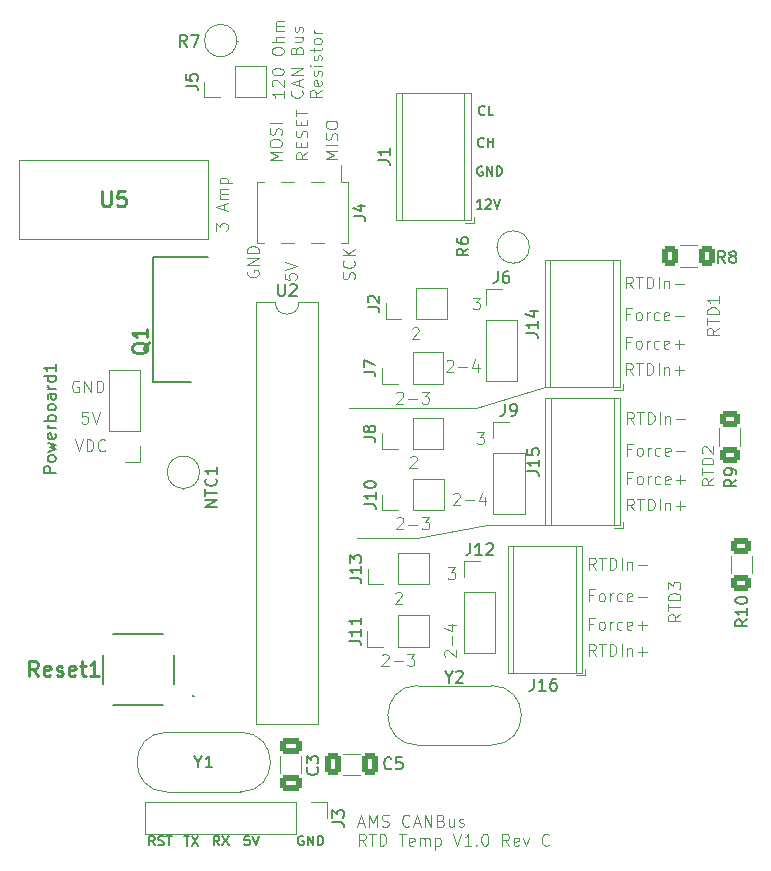
<source format=gbr>
%TF.GenerationSoftware,KiCad,Pcbnew,8.0.1-rc1*%
%TF.CreationDate,2024-06-08T15:22:59-07:00*%
%TF.ProjectId,AMS - CANBus Sensor - Temperature,414d5320-2d20-4434-914e-427573205365,rev?*%
%TF.SameCoordinates,Original*%
%TF.FileFunction,Legend,Top*%
%TF.FilePolarity,Positive*%
%FSLAX46Y46*%
G04 Gerber Fmt 4.6, Leading zero omitted, Abs format (unit mm)*
G04 Created by KiCad (PCBNEW 8.0.1-rc1) date 2024-06-08 15:22:59*
%MOMM*%
%LPD*%
G01*
G04 APERTURE LIST*
G04 Aperture macros list*
%AMRoundRect*
0 Rectangle with rounded corners*
0 $1 Rounding radius*
0 $2 $3 $4 $5 $6 $7 $8 $9 X,Y pos of 4 corners*
0 Add a 4 corners polygon primitive as box body*
4,1,4,$2,$3,$4,$5,$6,$7,$8,$9,$2,$3,0*
0 Add four circle primitives for the rounded corners*
1,1,$1+$1,$2,$3*
1,1,$1+$1,$4,$5*
1,1,$1+$1,$6,$7*
1,1,$1+$1,$8,$9*
0 Add four rect primitives between the rounded corners*
20,1,$1+$1,$2,$3,$4,$5,0*
20,1,$1+$1,$4,$5,$6,$7,0*
20,1,$1+$1,$6,$7,$8,$9,0*
20,1,$1+$1,$8,$9,$2,$3,0*%
G04 Aperture macros list end*
%ADD10C,0.100000*%
%ADD11C,0.150000*%
%ADD12C,0.254000*%
%ADD13C,0.120000*%
%ADD14C,0.200000*%
%ADD15R,1.700000X1.700000*%
%ADD16O,1.700000X1.700000*%
%ADD17RoundRect,0.250000X-0.650000X0.412500X-0.650000X-0.412500X0.650000X-0.412500X0.650000X0.412500X0*%
%ADD18RoundRect,0.250000X-0.625000X0.400000X-0.625000X-0.400000X0.625000X-0.400000X0.625000X0.400000X0*%
%ADD19C,1.600000*%
%ADD20O,1.600000X1.600000*%
%ADD21R,2.200000X2.200000*%
%ADD22C,2.200000*%
%ADD23C,2.400000*%
%ADD24R,1.000000X3.150000*%
%ADD25R,1.600000X1.600000*%
%ADD26R,1.920000X1.920000*%
%ADD27C,1.920000*%
%ADD28RoundRect,0.250000X-0.400000X-0.625000X0.400000X-0.625000X0.400000X0.625000X-0.400000X0.625000X0*%
%ADD29C,1.500000*%
%ADD30R,1.500000X1.500000*%
%ADD31RoundRect,0.250000X0.412500X0.650000X-0.412500X0.650000X-0.412500X-0.650000X0.412500X-0.650000X0*%
G04 APERTURE END LIST*
D10*
X155749714Y-100377371D02*
X150642036Y-100377371D01*
X166617600Y-99298800D02*
X161702271Y-99302071D01*
X150017978Y-89374742D02*
X160694177Y-89374742D01*
X161702271Y-99302071D02*
X155749714Y-100377371D01*
X160694177Y-89374742D02*
X166580800Y-87577900D01*
X141410522Y-77749485D02*
X141362903Y-77844723D01*
X141362903Y-77844723D02*
X141362903Y-77987580D01*
X141362903Y-77987580D02*
X141410522Y-78130437D01*
X141410522Y-78130437D02*
X141505760Y-78225675D01*
X141505760Y-78225675D02*
X141600998Y-78273294D01*
X141600998Y-78273294D02*
X141791474Y-78320913D01*
X141791474Y-78320913D02*
X141934331Y-78320913D01*
X141934331Y-78320913D02*
X142124807Y-78273294D01*
X142124807Y-78273294D02*
X142220045Y-78225675D01*
X142220045Y-78225675D02*
X142315284Y-78130437D01*
X142315284Y-78130437D02*
X142362903Y-77987580D01*
X142362903Y-77987580D02*
X142362903Y-77892342D01*
X142362903Y-77892342D02*
X142315284Y-77749485D01*
X142315284Y-77749485D02*
X142267664Y-77701866D01*
X142267664Y-77701866D02*
X141934331Y-77701866D01*
X141934331Y-77701866D02*
X141934331Y-77892342D01*
X142362903Y-77273294D02*
X141362903Y-77273294D01*
X141362903Y-77273294D02*
X142362903Y-76701866D01*
X142362903Y-76701866D02*
X141362903Y-76701866D01*
X142362903Y-76225675D02*
X141362903Y-76225675D01*
X141362903Y-76225675D02*
X141362903Y-75987580D01*
X141362903Y-75987580D02*
X141410522Y-75844723D01*
X141410522Y-75844723D02*
X141505760Y-75749485D01*
X141505760Y-75749485D02*
X141600998Y-75701866D01*
X141600998Y-75701866D02*
X141791474Y-75654247D01*
X141791474Y-75654247D02*
X141934331Y-75654247D01*
X141934331Y-75654247D02*
X142124807Y-75701866D01*
X142124807Y-75701866D02*
X142220045Y-75749485D01*
X142220045Y-75749485D02*
X142315284Y-75844723D01*
X142315284Y-75844723D02*
X142362903Y-75987580D01*
X142362903Y-75987580D02*
X142362903Y-76225675D01*
X144448247Y-62516753D02*
X144448247Y-63088181D01*
X144448247Y-62802467D02*
X143448247Y-62802467D01*
X143448247Y-62802467D02*
X143591104Y-62897705D01*
X143591104Y-62897705D02*
X143686342Y-62992943D01*
X143686342Y-62992943D02*
X143733961Y-63088181D01*
X143543485Y-62135800D02*
X143495866Y-62088181D01*
X143495866Y-62088181D02*
X143448247Y-61992943D01*
X143448247Y-61992943D02*
X143448247Y-61754848D01*
X143448247Y-61754848D02*
X143495866Y-61659610D01*
X143495866Y-61659610D02*
X143543485Y-61611991D01*
X143543485Y-61611991D02*
X143638723Y-61564372D01*
X143638723Y-61564372D02*
X143733961Y-61564372D01*
X143733961Y-61564372D02*
X143876818Y-61611991D01*
X143876818Y-61611991D02*
X144448247Y-62183419D01*
X144448247Y-62183419D02*
X144448247Y-61564372D01*
X143448247Y-60945324D02*
X143448247Y-60850086D01*
X143448247Y-60850086D02*
X143495866Y-60754848D01*
X143495866Y-60754848D02*
X143543485Y-60707229D01*
X143543485Y-60707229D02*
X143638723Y-60659610D01*
X143638723Y-60659610D02*
X143829199Y-60611991D01*
X143829199Y-60611991D02*
X144067294Y-60611991D01*
X144067294Y-60611991D02*
X144257770Y-60659610D01*
X144257770Y-60659610D02*
X144353008Y-60707229D01*
X144353008Y-60707229D02*
X144400628Y-60754848D01*
X144400628Y-60754848D02*
X144448247Y-60850086D01*
X144448247Y-60850086D02*
X144448247Y-60945324D01*
X144448247Y-60945324D02*
X144400628Y-61040562D01*
X144400628Y-61040562D02*
X144353008Y-61088181D01*
X144353008Y-61088181D02*
X144257770Y-61135800D01*
X144257770Y-61135800D02*
X144067294Y-61183419D01*
X144067294Y-61183419D02*
X143829199Y-61183419D01*
X143829199Y-61183419D02*
X143638723Y-61135800D01*
X143638723Y-61135800D02*
X143543485Y-61088181D01*
X143543485Y-61088181D02*
X143495866Y-61040562D01*
X143495866Y-61040562D02*
X143448247Y-60945324D01*
X143448247Y-59231038D02*
X143448247Y-59040562D01*
X143448247Y-59040562D02*
X143495866Y-58945324D01*
X143495866Y-58945324D02*
X143591104Y-58850086D01*
X143591104Y-58850086D02*
X143781580Y-58802467D01*
X143781580Y-58802467D02*
X144114913Y-58802467D01*
X144114913Y-58802467D02*
X144305389Y-58850086D01*
X144305389Y-58850086D02*
X144400628Y-58945324D01*
X144400628Y-58945324D02*
X144448247Y-59040562D01*
X144448247Y-59040562D02*
X144448247Y-59231038D01*
X144448247Y-59231038D02*
X144400628Y-59326276D01*
X144400628Y-59326276D02*
X144305389Y-59421514D01*
X144305389Y-59421514D02*
X144114913Y-59469133D01*
X144114913Y-59469133D02*
X143781580Y-59469133D01*
X143781580Y-59469133D02*
X143591104Y-59421514D01*
X143591104Y-59421514D02*
X143495866Y-59326276D01*
X143495866Y-59326276D02*
X143448247Y-59231038D01*
X144448247Y-58373895D02*
X143448247Y-58373895D01*
X144448247Y-57945324D02*
X143924437Y-57945324D01*
X143924437Y-57945324D02*
X143829199Y-57992943D01*
X143829199Y-57992943D02*
X143781580Y-58088181D01*
X143781580Y-58088181D02*
X143781580Y-58231038D01*
X143781580Y-58231038D02*
X143829199Y-58326276D01*
X143829199Y-58326276D02*
X143876818Y-58373895D01*
X144448247Y-57469133D02*
X143781580Y-57469133D01*
X143876818Y-57469133D02*
X143829199Y-57421514D01*
X143829199Y-57421514D02*
X143781580Y-57326276D01*
X143781580Y-57326276D02*
X143781580Y-57183419D01*
X143781580Y-57183419D02*
X143829199Y-57088181D01*
X143829199Y-57088181D02*
X143924437Y-57040562D01*
X143924437Y-57040562D02*
X144448247Y-57040562D01*
X143924437Y-57040562D02*
X143829199Y-56992943D01*
X143829199Y-56992943D02*
X143781580Y-56897705D01*
X143781580Y-56897705D02*
X143781580Y-56754848D01*
X143781580Y-56754848D02*
X143829199Y-56659609D01*
X143829199Y-56659609D02*
X143924437Y-56611990D01*
X143924437Y-56611990D02*
X144448247Y-56611990D01*
X145962952Y-62469134D02*
X146010572Y-62516753D01*
X146010572Y-62516753D02*
X146058191Y-62659610D01*
X146058191Y-62659610D02*
X146058191Y-62754848D01*
X146058191Y-62754848D02*
X146010572Y-62897705D01*
X146010572Y-62897705D02*
X145915333Y-62992943D01*
X145915333Y-62992943D02*
X145820095Y-63040562D01*
X145820095Y-63040562D02*
X145629619Y-63088181D01*
X145629619Y-63088181D02*
X145486762Y-63088181D01*
X145486762Y-63088181D02*
X145296286Y-63040562D01*
X145296286Y-63040562D02*
X145201048Y-62992943D01*
X145201048Y-62992943D02*
X145105810Y-62897705D01*
X145105810Y-62897705D02*
X145058191Y-62754848D01*
X145058191Y-62754848D02*
X145058191Y-62659610D01*
X145058191Y-62659610D02*
X145105810Y-62516753D01*
X145105810Y-62516753D02*
X145153429Y-62469134D01*
X145772476Y-62088181D02*
X145772476Y-61611991D01*
X146058191Y-62183419D02*
X145058191Y-61850086D01*
X145058191Y-61850086D02*
X146058191Y-61516753D01*
X146058191Y-61183419D02*
X145058191Y-61183419D01*
X145058191Y-61183419D02*
X146058191Y-60611991D01*
X146058191Y-60611991D02*
X145058191Y-60611991D01*
X145534381Y-59040562D02*
X145582000Y-58897705D01*
X145582000Y-58897705D02*
X145629619Y-58850086D01*
X145629619Y-58850086D02*
X145724857Y-58802467D01*
X145724857Y-58802467D02*
X145867714Y-58802467D01*
X145867714Y-58802467D02*
X145962952Y-58850086D01*
X145962952Y-58850086D02*
X146010572Y-58897705D01*
X146010572Y-58897705D02*
X146058191Y-58992943D01*
X146058191Y-58992943D02*
X146058191Y-59373895D01*
X146058191Y-59373895D02*
X145058191Y-59373895D01*
X145058191Y-59373895D02*
X145058191Y-59040562D01*
X145058191Y-59040562D02*
X145105810Y-58945324D01*
X145105810Y-58945324D02*
X145153429Y-58897705D01*
X145153429Y-58897705D02*
X145248667Y-58850086D01*
X145248667Y-58850086D02*
X145343905Y-58850086D01*
X145343905Y-58850086D02*
X145439143Y-58897705D01*
X145439143Y-58897705D02*
X145486762Y-58945324D01*
X145486762Y-58945324D02*
X145534381Y-59040562D01*
X145534381Y-59040562D02*
X145534381Y-59373895D01*
X145391524Y-57945324D02*
X146058191Y-57945324D01*
X145391524Y-58373895D02*
X145915333Y-58373895D01*
X145915333Y-58373895D02*
X146010572Y-58326276D01*
X146010572Y-58326276D02*
X146058191Y-58231038D01*
X146058191Y-58231038D02*
X146058191Y-58088181D01*
X146058191Y-58088181D02*
X146010572Y-57992943D01*
X146010572Y-57992943D02*
X145962952Y-57945324D01*
X146010572Y-57516752D02*
X146058191Y-57421514D01*
X146058191Y-57421514D02*
X146058191Y-57231038D01*
X146058191Y-57231038D02*
X146010572Y-57135800D01*
X146010572Y-57135800D02*
X145915333Y-57088181D01*
X145915333Y-57088181D02*
X145867714Y-57088181D01*
X145867714Y-57088181D02*
X145772476Y-57135800D01*
X145772476Y-57135800D02*
X145724857Y-57231038D01*
X145724857Y-57231038D02*
X145724857Y-57373895D01*
X145724857Y-57373895D02*
X145677238Y-57469133D01*
X145677238Y-57469133D02*
X145582000Y-57516752D01*
X145582000Y-57516752D02*
X145534381Y-57516752D01*
X145534381Y-57516752D02*
X145439143Y-57469133D01*
X145439143Y-57469133D02*
X145391524Y-57373895D01*
X145391524Y-57373895D02*
X145391524Y-57231038D01*
X145391524Y-57231038D02*
X145439143Y-57135800D01*
X147668135Y-62469134D02*
X147191944Y-62802467D01*
X147668135Y-63040562D02*
X146668135Y-63040562D01*
X146668135Y-63040562D02*
X146668135Y-62659610D01*
X146668135Y-62659610D02*
X146715754Y-62564372D01*
X146715754Y-62564372D02*
X146763373Y-62516753D01*
X146763373Y-62516753D02*
X146858611Y-62469134D01*
X146858611Y-62469134D02*
X147001468Y-62469134D01*
X147001468Y-62469134D02*
X147096706Y-62516753D01*
X147096706Y-62516753D02*
X147144325Y-62564372D01*
X147144325Y-62564372D02*
X147191944Y-62659610D01*
X147191944Y-62659610D02*
X147191944Y-63040562D01*
X147620516Y-61659610D02*
X147668135Y-61754848D01*
X147668135Y-61754848D02*
X147668135Y-61945324D01*
X147668135Y-61945324D02*
X147620516Y-62040562D01*
X147620516Y-62040562D02*
X147525277Y-62088181D01*
X147525277Y-62088181D02*
X147144325Y-62088181D01*
X147144325Y-62088181D02*
X147049087Y-62040562D01*
X147049087Y-62040562D02*
X147001468Y-61945324D01*
X147001468Y-61945324D02*
X147001468Y-61754848D01*
X147001468Y-61754848D02*
X147049087Y-61659610D01*
X147049087Y-61659610D02*
X147144325Y-61611991D01*
X147144325Y-61611991D02*
X147239563Y-61611991D01*
X147239563Y-61611991D02*
X147334801Y-62088181D01*
X147620516Y-61231038D02*
X147668135Y-61135800D01*
X147668135Y-61135800D02*
X147668135Y-60945324D01*
X147668135Y-60945324D02*
X147620516Y-60850086D01*
X147620516Y-60850086D02*
X147525277Y-60802467D01*
X147525277Y-60802467D02*
X147477658Y-60802467D01*
X147477658Y-60802467D02*
X147382420Y-60850086D01*
X147382420Y-60850086D02*
X147334801Y-60945324D01*
X147334801Y-60945324D02*
X147334801Y-61088181D01*
X147334801Y-61088181D02*
X147287182Y-61183419D01*
X147287182Y-61183419D02*
X147191944Y-61231038D01*
X147191944Y-61231038D02*
X147144325Y-61231038D01*
X147144325Y-61231038D02*
X147049087Y-61183419D01*
X147049087Y-61183419D02*
X147001468Y-61088181D01*
X147001468Y-61088181D02*
X147001468Y-60945324D01*
X147001468Y-60945324D02*
X147049087Y-60850086D01*
X147668135Y-60373895D02*
X147001468Y-60373895D01*
X146668135Y-60373895D02*
X146715754Y-60421514D01*
X146715754Y-60421514D02*
X146763373Y-60373895D01*
X146763373Y-60373895D02*
X146715754Y-60326276D01*
X146715754Y-60326276D02*
X146668135Y-60373895D01*
X146668135Y-60373895D02*
X146763373Y-60373895D01*
X147620516Y-59945324D02*
X147668135Y-59850086D01*
X147668135Y-59850086D02*
X147668135Y-59659610D01*
X147668135Y-59659610D02*
X147620516Y-59564372D01*
X147620516Y-59564372D02*
X147525277Y-59516753D01*
X147525277Y-59516753D02*
X147477658Y-59516753D01*
X147477658Y-59516753D02*
X147382420Y-59564372D01*
X147382420Y-59564372D02*
X147334801Y-59659610D01*
X147334801Y-59659610D02*
X147334801Y-59802467D01*
X147334801Y-59802467D02*
X147287182Y-59897705D01*
X147287182Y-59897705D02*
X147191944Y-59945324D01*
X147191944Y-59945324D02*
X147144325Y-59945324D01*
X147144325Y-59945324D02*
X147049087Y-59897705D01*
X147049087Y-59897705D02*
X147001468Y-59802467D01*
X147001468Y-59802467D02*
X147001468Y-59659610D01*
X147001468Y-59659610D02*
X147049087Y-59564372D01*
X147001468Y-59231038D02*
X147001468Y-58850086D01*
X146668135Y-59088181D02*
X147525277Y-59088181D01*
X147525277Y-59088181D02*
X147620516Y-59040562D01*
X147620516Y-59040562D02*
X147668135Y-58945324D01*
X147668135Y-58945324D02*
X147668135Y-58850086D01*
X147668135Y-58373895D02*
X147620516Y-58469133D01*
X147620516Y-58469133D02*
X147572896Y-58516752D01*
X147572896Y-58516752D02*
X147477658Y-58564371D01*
X147477658Y-58564371D02*
X147191944Y-58564371D01*
X147191944Y-58564371D02*
X147096706Y-58516752D01*
X147096706Y-58516752D02*
X147049087Y-58469133D01*
X147049087Y-58469133D02*
X147001468Y-58373895D01*
X147001468Y-58373895D02*
X147001468Y-58231038D01*
X147001468Y-58231038D02*
X147049087Y-58135800D01*
X147049087Y-58135800D02*
X147096706Y-58088181D01*
X147096706Y-58088181D02*
X147191944Y-58040562D01*
X147191944Y-58040562D02*
X147477658Y-58040562D01*
X147477658Y-58040562D02*
X147572896Y-58088181D01*
X147572896Y-58088181D02*
X147620516Y-58135800D01*
X147620516Y-58135800D02*
X147668135Y-58231038D01*
X147668135Y-58231038D02*
X147668135Y-58373895D01*
X147668135Y-57611990D02*
X147001468Y-57611990D01*
X147191944Y-57611990D02*
X147096706Y-57564371D01*
X147096706Y-57564371D02*
X147049087Y-57516752D01*
X147049087Y-57516752D02*
X147001468Y-57421514D01*
X147001468Y-57421514D02*
X147001468Y-57326276D01*
X170650411Y-105212124D02*
X170317078Y-105212124D01*
X170317078Y-105735934D02*
X170317078Y-104735934D01*
X170317078Y-104735934D02*
X170793268Y-104735934D01*
X171317078Y-105735934D02*
X171221840Y-105688315D01*
X171221840Y-105688315D02*
X171174221Y-105640695D01*
X171174221Y-105640695D02*
X171126602Y-105545457D01*
X171126602Y-105545457D02*
X171126602Y-105259743D01*
X171126602Y-105259743D02*
X171174221Y-105164505D01*
X171174221Y-105164505D02*
X171221840Y-105116886D01*
X171221840Y-105116886D02*
X171317078Y-105069267D01*
X171317078Y-105069267D02*
X171459935Y-105069267D01*
X171459935Y-105069267D02*
X171555173Y-105116886D01*
X171555173Y-105116886D02*
X171602792Y-105164505D01*
X171602792Y-105164505D02*
X171650411Y-105259743D01*
X171650411Y-105259743D02*
X171650411Y-105545457D01*
X171650411Y-105545457D02*
X171602792Y-105640695D01*
X171602792Y-105640695D02*
X171555173Y-105688315D01*
X171555173Y-105688315D02*
X171459935Y-105735934D01*
X171459935Y-105735934D02*
X171317078Y-105735934D01*
X172078983Y-105735934D02*
X172078983Y-105069267D01*
X172078983Y-105259743D02*
X172126602Y-105164505D01*
X172126602Y-105164505D02*
X172174221Y-105116886D01*
X172174221Y-105116886D02*
X172269459Y-105069267D01*
X172269459Y-105069267D02*
X172364697Y-105069267D01*
X173126602Y-105688315D02*
X173031364Y-105735934D01*
X173031364Y-105735934D02*
X172840888Y-105735934D01*
X172840888Y-105735934D02*
X172745650Y-105688315D01*
X172745650Y-105688315D02*
X172698031Y-105640695D01*
X172698031Y-105640695D02*
X172650412Y-105545457D01*
X172650412Y-105545457D02*
X172650412Y-105259743D01*
X172650412Y-105259743D02*
X172698031Y-105164505D01*
X172698031Y-105164505D02*
X172745650Y-105116886D01*
X172745650Y-105116886D02*
X172840888Y-105069267D01*
X172840888Y-105069267D02*
X173031364Y-105069267D01*
X173031364Y-105069267D02*
X173126602Y-105116886D01*
X173936126Y-105688315D02*
X173840888Y-105735934D01*
X173840888Y-105735934D02*
X173650412Y-105735934D01*
X173650412Y-105735934D02*
X173555174Y-105688315D01*
X173555174Y-105688315D02*
X173507555Y-105593076D01*
X173507555Y-105593076D02*
X173507555Y-105212124D01*
X173507555Y-105212124D02*
X173555174Y-105116886D01*
X173555174Y-105116886D02*
X173650412Y-105069267D01*
X173650412Y-105069267D02*
X173840888Y-105069267D01*
X173840888Y-105069267D02*
X173936126Y-105116886D01*
X173936126Y-105116886D02*
X173983745Y-105212124D01*
X173983745Y-105212124D02*
X173983745Y-105307362D01*
X173983745Y-105307362D02*
X173507555Y-105402600D01*
X174412317Y-105354981D02*
X175174222Y-105354981D01*
X160443426Y-80017219D02*
X161062473Y-80017219D01*
X161062473Y-80017219D02*
X160729140Y-80398171D01*
X160729140Y-80398171D02*
X160871997Y-80398171D01*
X160871997Y-80398171D02*
X160967235Y-80445790D01*
X160967235Y-80445790D02*
X161014854Y-80493409D01*
X161014854Y-80493409D02*
X161062473Y-80588647D01*
X161062473Y-80588647D02*
X161062473Y-80826742D01*
X161062473Y-80826742D02*
X161014854Y-80921980D01*
X161014854Y-80921980D02*
X160967235Y-80969600D01*
X160967235Y-80969600D02*
X160871997Y-81017219D01*
X160871997Y-81017219D02*
X160586283Y-81017219D01*
X160586283Y-81017219D02*
X160491045Y-80969600D01*
X160491045Y-80969600D02*
X160443426Y-80921980D01*
X155152806Y-93548622D02*
X155200425Y-93501003D01*
X155200425Y-93501003D02*
X155295663Y-93453384D01*
X155295663Y-93453384D02*
X155533758Y-93453384D01*
X155533758Y-93453384D02*
X155628996Y-93501003D01*
X155628996Y-93501003D02*
X155676615Y-93548622D01*
X155676615Y-93548622D02*
X155724234Y-93643860D01*
X155724234Y-93643860D02*
X155724234Y-93739098D01*
X155724234Y-93739098D02*
X155676615Y-93881955D01*
X155676615Y-93881955D02*
X155105187Y-94453384D01*
X155105187Y-94453384D02*
X155724234Y-94453384D01*
X174088685Y-98044603D02*
X173755352Y-97568412D01*
X173517257Y-98044603D02*
X173517257Y-97044603D01*
X173517257Y-97044603D02*
X173898209Y-97044603D01*
X173898209Y-97044603D02*
X173993447Y-97092222D01*
X173993447Y-97092222D02*
X174041066Y-97139841D01*
X174041066Y-97139841D02*
X174088685Y-97235079D01*
X174088685Y-97235079D02*
X174088685Y-97377936D01*
X174088685Y-97377936D02*
X174041066Y-97473174D01*
X174041066Y-97473174D02*
X173993447Y-97520793D01*
X173993447Y-97520793D02*
X173898209Y-97568412D01*
X173898209Y-97568412D02*
X173517257Y-97568412D01*
X174374400Y-97044603D02*
X174945828Y-97044603D01*
X174660114Y-98044603D02*
X174660114Y-97044603D01*
X175279162Y-98044603D02*
X175279162Y-97044603D01*
X175279162Y-97044603D02*
X175517257Y-97044603D01*
X175517257Y-97044603D02*
X175660114Y-97092222D01*
X175660114Y-97092222D02*
X175755352Y-97187460D01*
X175755352Y-97187460D02*
X175802971Y-97282698D01*
X175802971Y-97282698D02*
X175850590Y-97473174D01*
X175850590Y-97473174D02*
X175850590Y-97616031D01*
X175850590Y-97616031D02*
X175802971Y-97806507D01*
X175802971Y-97806507D02*
X175755352Y-97901745D01*
X175755352Y-97901745D02*
X175660114Y-97996984D01*
X175660114Y-97996984D02*
X175517257Y-98044603D01*
X175517257Y-98044603D02*
X175279162Y-98044603D01*
X176279162Y-98044603D02*
X176279162Y-97044603D01*
X176755352Y-97377936D02*
X176755352Y-98044603D01*
X176755352Y-97473174D02*
X176802971Y-97425555D01*
X176802971Y-97425555D02*
X176898209Y-97377936D01*
X176898209Y-97377936D02*
X177041066Y-97377936D01*
X177041066Y-97377936D02*
X177136304Y-97425555D01*
X177136304Y-97425555D02*
X177183923Y-97520793D01*
X177183923Y-97520793D02*
X177183923Y-98044603D01*
X177660114Y-97663650D02*
X178422019Y-97663650D01*
X178041066Y-98044603D02*
X178041066Y-97282698D01*
X181280820Y-82618331D02*
X180804629Y-82951664D01*
X181280820Y-83189759D02*
X180280820Y-83189759D01*
X180280820Y-83189759D02*
X180280820Y-82808807D01*
X180280820Y-82808807D02*
X180328439Y-82713569D01*
X180328439Y-82713569D02*
X180376058Y-82665950D01*
X180376058Y-82665950D02*
X180471296Y-82618331D01*
X180471296Y-82618331D02*
X180614153Y-82618331D01*
X180614153Y-82618331D02*
X180709391Y-82665950D01*
X180709391Y-82665950D02*
X180757010Y-82713569D01*
X180757010Y-82713569D02*
X180804629Y-82808807D01*
X180804629Y-82808807D02*
X180804629Y-83189759D01*
X180280820Y-82332616D02*
X180280820Y-81761188D01*
X181280820Y-82046902D02*
X180280820Y-82046902D01*
X181280820Y-81427854D02*
X180280820Y-81427854D01*
X180280820Y-81427854D02*
X180280820Y-81189759D01*
X180280820Y-81189759D02*
X180328439Y-81046902D01*
X180328439Y-81046902D02*
X180423677Y-80951664D01*
X180423677Y-80951664D02*
X180518915Y-80904045D01*
X180518915Y-80904045D02*
X180709391Y-80856426D01*
X180709391Y-80856426D02*
X180852248Y-80856426D01*
X180852248Y-80856426D02*
X181042724Y-80904045D01*
X181042724Y-80904045D02*
X181137962Y-80951664D01*
X181137962Y-80951664D02*
X181233201Y-81046902D01*
X181233201Y-81046902D02*
X181280820Y-81189759D01*
X181280820Y-81189759D02*
X181280820Y-81427854D01*
X181280820Y-79904045D02*
X181280820Y-80475473D01*
X181280820Y-80189759D02*
X180280820Y-80189759D01*
X180280820Y-80189759D02*
X180423677Y-80284997D01*
X180423677Y-80284997D02*
X180518915Y-80380235D01*
X180518915Y-80380235D02*
X180566534Y-80475473D01*
X152764448Y-110291638D02*
X152812067Y-110244019D01*
X152812067Y-110244019D02*
X152907305Y-110196400D01*
X152907305Y-110196400D02*
X153145400Y-110196400D01*
X153145400Y-110196400D02*
X153240638Y-110244019D01*
X153240638Y-110244019D02*
X153288257Y-110291638D01*
X153288257Y-110291638D02*
X153335876Y-110386876D01*
X153335876Y-110386876D02*
X153335876Y-110482114D01*
X153335876Y-110482114D02*
X153288257Y-110624971D01*
X153288257Y-110624971D02*
X152716829Y-111196400D01*
X152716829Y-111196400D02*
X153335876Y-111196400D01*
X153764448Y-110815447D02*
X154526353Y-110815447D01*
X154907305Y-110196400D02*
X155526352Y-110196400D01*
X155526352Y-110196400D02*
X155193019Y-110577352D01*
X155193019Y-110577352D02*
X155335876Y-110577352D01*
X155335876Y-110577352D02*
X155431114Y-110624971D01*
X155431114Y-110624971D02*
X155478733Y-110672590D01*
X155478733Y-110672590D02*
X155526352Y-110767828D01*
X155526352Y-110767828D02*
X155526352Y-111005923D01*
X155526352Y-111005923D02*
X155478733Y-111101161D01*
X155478733Y-111101161D02*
X155431114Y-111148781D01*
X155431114Y-111148781D02*
X155335876Y-111196400D01*
X155335876Y-111196400D02*
X155050162Y-111196400D01*
X155050162Y-111196400D02*
X154954924Y-111148781D01*
X154954924Y-111148781D02*
X154907305Y-111101161D01*
X173783335Y-81406609D02*
X173450002Y-81406609D01*
X173450002Y-81930419D02*
X173450002Y-80930419D01*
X173450002Y-80930419D02*
X173926192Y-80930419D01*
X174450002Y-81930419D02*
X174354764Y-81882800D01*
X174354764Y-81882800D02*
X174307145Y-81835180D01*
X174307145Y-81835180D02*
X174259526Y-81739942D01*
X174259526Y-81739942D02*
X174259526Y-81454228D01*
X174259526Y-81454228D02*
X174307145Y-81358990D01*
X174307145Y-81358990D02*
X174354764Y-81311371D01*
X174354764Y-81311371D02*
X174450002Y-81263752D01*
X174450002Y-81263752D02*
X174592859Y-81263752D01*
X174592859Y-81263752D02*
X174688097Y-81311371D01*
X174688097Y-81311371D02*
X174735716Y-81358990D01*
X174735716Y-81358990D02*
X174783335Y-81454228D01*
X174783335Y-81454228D02*
X174783335Y-81739942D01*
X174783335Y-81739942D02*
X174735716Y-81835180D01*
X174735716Y-81835180D02*
X174688097Y-81882800D01*
X174688097Y-81882800D02*
X174592859Y-81930419D01*
X174592859Y-81930419D02*
X174450002Y-81930419D01*
X175211907Y-81930419D02*
X175211907Y-81263752D01*
X175211907Y-81454228D02*
X175259526Y-81358990D01*
X175259526Y-81358990D02*
X175307145Y-81311371D01*
X175307145Y-81311371D02*
X175402383Y-81263752D01*
X175402383Y-81263752D02*
X175497621Y-81263752D01*
X176259526Y-81882800D02*
X176164288Y-81930419D01*
X176164288Y-81930419D02*
X175973812Y-81930419D01*
X175973812Y-81930419D02*
X175878574Y-81882800D01*
X175878574Y-81882800D02*
X175830955Y-81835180D01*
X175830955Y-81835180D02*
X175783336Y-81739942D01*
X175783336Y-81739942D02*
X175783336Y-81454228D01*
X175783336Y-81454228D02*
X175830955Y-81358990D01*
X175830955Y-81358990D02*
X175878574Y-81311371D01*
X175878574Y-81311371D02*
X175973812Y-81263752D01*
X175973812Y-81263752D02*
X176164288Y-81263752D01*
X176164288Y-81263752D02*
X176259526Y-81311371D01*
X177069050Y-81882800D02*
X176973812Y-81930419D01*
X176973812Y-81930419D02*
X176783336Y-81930419D01*
X176783336Y-81930419D02*
X176688098Y-81882800D01*
X176688098Y-81882800D02*
X176640479Y-81787561D01*
X176640479Y-81787561D02*
X176640479Y-81406609D01*
X176640479Y-81406609D02*
X176688098Y-81311371D01*
X176688098Y-81311371D02*
X176783336Y-81263752D01*
X176783336Y-81263752D02*
X176973812Y-81263752D01*
X176973812Y-81263752D02*
X177069050Y-81311371D01*
X177069050Y-81311371D02*
X177116669Y-81406609D01*
X177116669Y-81406609D02*
X177116669Y-81501847D01*
X177116669Y-81501847D02*
X176640479Y-81597085D01*
X177545241Y-81549466D02*
X178307146Y-81549466D01*
X173874399Y-92883850D02*
X173541066Y-92883850D01*
X173541066Y-93407660D02*
X173541066Y-92407660D01*
X173541066Y-92407660D02*
X174017256Y-92407660D01*
X174541066Y-93407660D02*
X174445828Y-93360041D01*
X174445828Y-93360041D02*
X174398209Y-93312421D01*
X174398209Y-93312421D02*
X174350590Y-93217183D01*
X174350590Y-93217183D02*
X174350590Y-92931469D01*
X174350590Y-92931469D02*
X174398209Y-92836231D01*
X174398209Y-92836231D02*
X174445828Y-92788612D01*
X174445828Y-92788612D02*
X174541066Y-92740993D01*
X174541066Y-92740993D02*
X174683923Y-92740993D01*
X174683923Y-92740993D02*
X174779161Y-92788612D01*
X174779161Y-92788612D02*
X174826780Y-92836231D01*
X174826780Y-92836231D02*
X174874399Y-92931469D01*
X174874399Y-92931469D02*
X174874399Y-93217183D01*
X174874399Y-93217183D02*
X174826780Y-93312421D01*
X174826780Y-93312421D02*
X174779161Y-93360041D01*
X174779161Y-93360041D02*
X174683923Y-93407660D01*
X174683923Y-93407660D02*
X174541066Y-93407660D01*
X175302971Y-93407660D02*
X175302971Y-92740993D01*
X175302971Y-92931469D02*
X175350590Y-92836231D01*
X175350590Y-92836231D02*
X175398209Y-92788612D01*
X175398209Y-92788612D02*
X175493447Y-92740993D01*
X175493447Y-92740993D02*
X175588685Y-92740993D01*
X176350590Y-93360041D02*
X176255352Y-93407660D01*
X176255352Y-93407660D02*
X176064876Y-93407660D01*
X176064876Y-93407660D02*
X175969638Y-93360041D01*
X175969638Y-93360041D02*
X175922019Y-93312421D01*
X175922019Y-93312421D02*
X175874400Y-93217183D01*
X175874400Y-93217183D02*
X175874400Y-92931469D01*
X175874400Y-92931469D02*
X175922019Y-92836231D01*
X175922019Y-92836231D02*
X175969638Y-92788612D01*
X175969638Y-92788612D02*
X176064876Y-92740993D01*
X176064876Y-92740993D02*
X176255352Y-92740993D01*
X176255352Y-92740993D02*
X176350590Y-92788612D01*
X177160114Y-93360041D02*
X177064876Y-93407660D01*
X177064876Y-93407660D02*
X176874400Y-93407660D01*
X176874400Y-93407660D02*
X176779162Y-93360041D01*
X176779162Y-93360041D02*
X176731543Y-93264802D01*
X176731543Y-93264802D02*
X176731543Y-92883850D01*
X176731543Y-92883850D02*
X176779162Y-92788612D01*
X176779162Y-92788612D02*
X176874400Y-92740993D01*
X176874400Y-92740993D02*
X177064876Y-92740993D01*
X177064876Y-92740993D02*
X177160114Y-92788612D01*
X177160114Y-92788612D02*
X177207733Y-92883850D01*
X177207733Y-92883850D02*
X177207733Y-92979088D01*
X177207733Y-92979088D02*
X176731543Y-93074326D01*
X177636305Y-93026707D02*
X178398210Y-93026707D01*
X173997621Y-86567362D02*
X173664288Y-86091171D01*
X173426193Y-86567362D02*
X173426193Y-85567362D01*
X173426193Y-85567362D02*
X173807145Y-85567362D01*
X173807145Y-85567362D02*
X173902383Y-85614981D01*
X173902383Y-85614981D02*
X173950002Y-85662600D01*
X173950002Y-85662600D02*
X173997621Y-85757838D01*
X173997621Y-85757838D02*
X173997621Y-85900695D01*
X173997621Y-85900695D02*
X173950002Y-85995933D01*
X173950002Y-85995933D02*
X173902383Y-86043552D01*
X173902383Y-86043552D02*
X173807145Y-86091171D01*
X173807145Y-86091171D02*
X173426193Y-86091171D01*
X174283336Y-85567362D02*
X174854764Y-85567362D01*
X174569050Y-86567362D02*
X174569050Y-85567362D01*
X175188098Y-86567362D02*
X175188098Y-85567362D01*
X175188098Y-85567362D02*
X175426193Y-85567362D01*
X175426193Y-85567362D02*
X175569050Y-85614981D01*
X175569050Y-85614981D02*
X175664288Y-85710219D01*
X175664288Y-85710219D02*
X175711907Y-85805457D01*
X175711907Y-85805457D02*
X175759526Y-85995933D01*
X175759526Y-85995933D02*
X175759526Y-86138790D01*
X175759526Y-86138790D02*
X175711907Y-86329266D01*
X175711907Y-86329266D02*
X175664288Y-86424504D01*
X175664288Y-86424504D02*
X175569050Y-86519743D01*
X175569050Y-86519743D02*
X175426193Y-86567362D01*
X175426193Y-86567362D02*
X175188098Y-86567362D01*
X176188098Y-86567362D02*
X176188098Y-85567362D01*
X176664288Y-85900695D02*
X176664288Y-86567362D01*
X176664288Y-85995933D02*
X176711907Y-85948314D01*
X176711907Y-85948314D02*
X176807145Y-85900695D01*
X176807145Y-85900695D02*
X176950002Y-85900695D01*
X176950002Y-85900695D02*
X177045240Y-85948314D01*
X177045240Y-85948314D02*
X177092859Y-86043552D01*
X177092859Y-86043552D02*
X177092859Y-86567362D01*
X177569050Y-86186409D02*
X178330955Y-86186409D01*
X177950002Y-86567362D02*
X177950002Y-85805457D01*
X170650411Y-107619199D02*
X170317078Y-107619199D01*
X170317078Y-108143009D02*
X170317078Y-107143009D01*
X170317078Y-107143009D02*
X170793268Y-107143009D01*
X171317078Y-108143009D02*
X171221840Y-108095390D01*
X171221840Y-108095390D02*
X171174221Y-108047770D01*
X171174221Y-108047770D02*
X171126602Y-107952532D01*
X171126602Y-107952532D02*
X171126602Y-107666818D01*
X171126602Y-107666818D02*
X171174221Y-107571580D01*
X171174221Y-107571580D02*
X171221840Y-107523961D01*
X171221840Y-107523961D02*
X171317078Y-107476342D01*
X171317078Y-107476342D02*
X171459935Y-107476342D01*
X171459935Y-107476342D02*
X171555173Y-107523961D01*
X171555173Y-107523961D02*
X171602792Y-107571580D01*
X171602792Y-107571580D02*
X171650411Y-107666818D01*
X171650411Y-107666818D02*
X171650411Y-107952532D01*
X171650411Y-107952532D02*
X171602792Y-108047770D01*
X171602792Y-108047770D02*
X171555173Y-108095390D01*
X171555173Y-108095390D02*
X171459935Y-108143009D01*
X171459935Y-108143009D02*
X171317078Y-108143009D01*
X172078983Y-108143009D02*
X172078983Y-107476342D01*
X172078983Y-107666818D02*
X172126602Y-107571580D01*
X172126602Y-107571580D02*
X172174221Y-107523961D01*
X172174221Y-107523961D02*
X172269459Y-107476342D01*
X172269459Y-107476342D02*
X172364697Y-107476342D01*
X173126602Y-108095390D02*
X173031364Y-108143009D01*
X173031364Y-108143009D02*
X172840888Y-108143009D01*
X172840888Y-108143009D02*
X172745650Y-108095390D01*
X172745650Y-108095390D02*
X172698031Y-108047770D01*
X172698031Y-108047770D02*
X172650412Y-107952532D01*
X172650412Y-107952532D02*
X172650412Y-107666818D01*
X172650412Y-107666818D02*
X172698031Y-107571580D01*
X172698031Y-107571580D02*
X172745650Y-107523961D01*
X172745650Y-107523961D02*
X172840888Y-107476342D01*
X172840888Y-107476342D02*
X173031364Y-107476342D01*
X173031364Y-107476342D02*
X173126602Y-107523961D01*
X173936126Y-108095390D02*
X173840888Y-108143009D01*
X173840888Y-108143009D02*
X173650412Y-108143009D01*
X173650412Y-108143009D02*
X173555174Y-108095390D01*
X173555174Y-108095390D02*
X173507555Y-108000151D01*
X173507555Y-108000151D02*
X173507555Y-107619199D01*
X173507555Y-107619199D02*
X173555174Y-107523961D01*
X173555174Y-107523961D02*
X173650412Y-107476342D01*
X173650412Y-107476342D02*
X173840888Y-107476342D01*
X173840888Y-107476342D02*
X173936126Y-107523961D01*
X173936126Y-107523961D02*
X173983745Y-107619199D01*
X173983745Y-107619199D02*
X173983745Y-107714437D01*
X173983745Y-107714437D02*
X173507555Y-107809675D01*
X174412317Y-107762056D02*
X175174222Y-107762056D01*
X174793269Y-108143009D02*
X174793269Y-107381104D01*
X173874399Y-95290925D02*
X173541066Y-95290925D01*
X173541066Y-95814735D02*
X173541066Y-94814735D01*
X173541066Y-94814735D02*
X174017256Y-94814735D01*
X174541066Y-95814735D02*
X174445828Y-95767116D01*
X174445828Y-95767116D02*
X174398209Y-95719496D01*
X174398209Y-95719496D02*
X174350590Y-95624258D01*
X174350590Y-95624258D02*
X174350590Y-95338544D01*
X174350590Y-95338544D02*
X174398209Y-95243306D01*
X174398209Y-95243306D02*
X174445828Y-95195687D01*
X174445828Y-95195687D02*
X174541066Y-95148068D01*
X174541066Y-95148068D02*
X174683923Y-95148068D01*
X174683923Y-95148068D02*
X174779161Y-95195687D01*
X174779161Y-95195687D02*
X174826780Y-95243306D01*
X174826780Y-95243306D02*
X174874399Y-95338544D01*
X174874399Y-95338544D02*
X174874399Y-95624258D01*
X174874399Y-95624258D02*
X174826780Y-95719496D01*
X174826780Y-95719496D02*
X174779161Y-95767116D01*
X174779161Y-95767116D02*
X174683923Y-95814735D01*
X174683923Y-95814735D02*
X174541066Y-95814735D01*
X175302971Y-95814735D02*
X175302971Y-95148068D01*
X175302971Y-95338544D02*
X175350590Y-95243306D01*
X175350590Y-95243306D02*
X175398209Y-95195687D01*
X175398209Y-95195687D02*
X175493447Y-95148068D01*
X175493447Y-95148068D02*
X175588685Y-95148068D01*
X176350590Y-95767116D02*
X176255352Y-95814735D01*
X176255352Y-95814735D02*
X176064876Y-95814735D01*
X176064876Y-95814735D02*
X175969638Y-95767116D01*
X175969638Y-95767116D02*
X175922019Y-95719496D01*
X175922019Y-95719496D02*
X175874400Y-95624258D01*
X175874400Y-95624258D02*
X175874400Y-95338544D01*
X175874400Y-95338544D02*
X175922019Y-95243306D01*
X175922019Y-95243306D02*
X175969638Y-95195687D01*
X175969638Y-95195687D02*
X176064876Y-95148068D01*
X176064876Y-95148068D02*
X176255352Y-95148068D01*
X176255352Y-95148068D02*
X176350590Y-95195687D01*
X177160114Y-95767116D02*
X177064876Y-95814735D01*
X177064876Y-95814735D02*
X176874400Y-95814735D01*
X176874400Y-95814735D02*
X176779162Y-95767116D01*
X176779162Y-95767116D02*
X176731543Y-95671877D01*
X176731543Y-95671877D02*
X176731543Y-95290925D01*
X176731543Y-95290925D02*
X176779162Y-95195687D01*
X176779162Y-95195687D02*
X176874400Y-95148068D01*
X176874400Y-95148068D02*
X177064876Y-95148068D01*
X177064876Y-95148068D02*
X177160114Y-95195687D01*
X177160114Y-95195687D02*
X177207733Y-95290925D01*
X177207733Y-95290925D02*
X177207733Y-95386163D01*
X177207733Y-95386163D02*
X176731543Y-95481401D01*
X177636305Y-95433782D02*
X178398210Y-95433782D01*
X178017257Y-95814735D02*
X178017257Y-95052830D01*
D11*
X161385190Y-67226163D02*
X161347094Y-67264259D01*
X161347094Y-67264259D02*
X161232809Y-67302354D01*
X161232809Y-67302354D02*
X161156618Y-67302354D01*
X161156618Y-67302354D02*
X161042332Y-67264259D01*
X161042332Y-67264259D02*
X160966142Y-67188068D01*
X160966142Y-67188068D02*
X160928047Y-67111878D01*
X160928047Y-67111878D02*
X160889951Y-66959497D01*
X160889951Y-66959497D02*
X160889951Y-66845211D01*
X160889951Y-66845211D02*
X160928047Y-66692830D01*
X160928047Y-66692830D02*
X160966142Y-66616639D01*
X160966142Y-66616639D02*
X161042332Y-66540449D01*
X161042332Y-66540449D02*
X161156618Y-66502354D01*
X161156618Y-66502354D02*
X161232809Y-66502354D01*
X161232809Y-66502354D02*
X161347094Y-66540449D01*
X161347094Y-66540449D02*
X161385190Y-66578544D01*
X161728047Y-67302354D02*
X161728047Y-66502354D01*
X161728047Y-66883306D02*
X162185190Y-66883306D01*
X162185190Y-67302354D02*
X162185190Y-66502354D01*
X161464931Y-64514958D02*
X161426835Y-64553054D01*
X161426835Y-64553054D02*
X161312550Y-64591149D01*
X161312550Y-64591149D02*
X161236359Y-64591149D01*
X161236359Y-64591149D02*
X161122073Y-64553054D01*
X161122073Y-64553054D02*
X161045883Y-64476863D01*
X161045883Y-64476863D02*
X161007788Y-64400673D01*
X161007788Y-64400673D02*
X160969692Y-64248292D01*
X160969692Y-64248292D02*
X160969692Y-64134006D01*
X160969692Y-64134006D02*
X161007788Y-63981625D01*
X161007788Y-63981625D02*
X161045883Y-63905434D01*
X161045883Y-63905434D02*
X161122073Y-63829244D01*
X161122073Y-63829244D02*
X161236359Y-63791149D01*
X161236359Y-63791149D02*
X161312550Y-63791149D01*
X161312550Y-63791149D02*
X161426835Y-63829244D01*
X161426835Y-63829244D02*
X161464931Y-63867339D01*
X162188740Y-64591149D02*
X161807788Y-64591149D01*
X161807788Y-64591149D02*
X161807788Y-63791149D01*
D10*
X158351967Y-102860875D02*
X158971014Y-102860875D01*
X158971014Y-102860875D02*
X158637681Y-103241827D01*
X158637681Y-103241827D02*
X158780538Y-103241827D01*
X158780538Y-103241827D02*
X158875776Y-103289446D01*
X158875776Y-103289446D02*
X158923395Y-103337065D01*
X158923395Y-103337065D02*
X158971014Y-103432303D01*
X158971014Y-103432303D02*
X158971014Y-103670398D01*
X158971014Y-103670398D02*
X158923395Y-103765636D01*
X158923395Y-103765636D02*
X158875776Y-103813256D01*
X158875776Y-103813256D02*
X158780538Y-103860875D01*
X158780538Y-103860875D02*
X158494824Y-103860875D01*
X158494824Y-103860875D02*
X158399586Y-103813256D01*
X158399586Y-103813256D02*
X158351967Y-103765636D01*
X150419868Y-78458080D02*
X150467487Y-78315223D01*
X150467487Y-78315223D02*
X150467487Y-78077128D01*
X150467487Y-78077128D02*
X150419868Y-77981890D01*
X150419868Y-77981890D02*
X150372248Y-77934271D01*
X150372248Y-77934271D02*
X150277010Y-77886652D01*
X150277010Y-77886652D02*
X150181772Y-77886652D01*
X150181772Y-77886652D02*
X150086534Y-77934271D01*
X150086534Y-77934271D02*
X150038915Y-77981890D01*
X150038915Y-77981890D02*
X149991296Y-78077128D01*
X149991296Y-78077128D02*
X149943677Y-78267604D01*
X149943677Y-78267604D02*
X149896058Y-78362842D01*
X149896058Y-78362842D02*
X149848439Y-78410461D01*
X149848439Y-78410461D02*
X149753201Y-78458080D01*
X149753201Y-78458080D02*
X149657963Y-78458080D01*
X149657963Y-78458080D02*
X149562725Y-78410461D01*
X149562725Y-78410461D02*
X149515106Y-78362842D01*
X149515106Y-78362842D02*
X149467487Y-78267604D01*
X149467487Y-78267604D02*
X149467487Y-78029509D01*
X149467487Y-78029509D02*
X149515106Y-77886652D01*
X150372248Y-76886652D02*
X150419868Y-76934271D01*
X150419868Y-76934271D02*
X150467487Y-77077128D01*
X150467487Y-77077128D02*
X150467487Y-77172366D01*
X150467487Y-77172366D02*
X150419868Y-77315223D01*
X150419868Y-77315223D02*
X150324629Y-77410461D01*
X150324629Y-77410461D02*
X150229391Y-77458080D01*
X150229391Y-77458080D02*
X150038915Y-77505699D01*
X150038915Y-77505699D02*
X149896058Y-77505699D01*
X149896058Y-77505699D02*
X149705582Y-77458080D01*
X149705582Y-77458080D02*
X149610344Y-77410461D01*
X149610344Y-77410461D02*
X149515106Y-77315223D01*
X149515106Y-77315223D02*
X149467487Y-77172366D01*
X149467487Y-77172366D02*
X149467487Y-77077128D01*
X149467487Y-77077128D02*
X149515106Y-76934271D01*
X149515106Y-76934271D02*
X149562725Y-76886652D01*
X150467487Y-76458080D02*
X149467487Y-76458080D01*
X150467487Y-75886652D02*
X149896058Y-76315223D01*
X149467487Y-75886652D02*
X150038915Y-76458080D01*
X158139016Y-110439716D02*
X158091397Y-110392097D01*
X158091397Y-110392097D02*
X158043778Y-110296859D01*
X158043778Y-110296859D02*
X158043778Y-110058764D01*
X158043778Y-110058764D02*
X158091397Y-109963526D01*
X158091397Y-109963526D02*
X158139016Y-109915907D01*
X158139016Y-109915907D02*
X158234254Y-109868288D01*
X158234254Y-109868288D02*
X158329492Y-109868288D01*
X158329492Y-109868288D02*
X158472349Y-109915907D01*
X158472349Y-109915907D02*
X159043778Y-110487335D01*
X159043778Y-110487335D02*
X159043778Y-109868288D01*
X158662825Y-109439716D02*
X158662825Y-108677812D01*
X158377111Y-107773050D02*
X159043778Y-107773050D01*
X157996159Y-108011145D02*
X158710444Y-108249240D01*
X158710444Y-108249240D02*
X158710444Y-107630193D01*
D11*
X146123743Y-125612981D02*
X146047553Y-125574886D01*
X146047553Y-125574886D02*
X145933267Y-125574886D01*
X145933267Y-125574886D02*
X145818981Y-125612981D01*
X145818981Y-125612981D02*
X145742791Y-125689171D01*
X145742791Y-125689171D02*
X145704696Y-125765362D01*
X145704696Y-125765362D02*
X145666600Y-125917743D01*
X145666600Y-125917743D02*
X145666600Y-126032029D01*
X145666600Y-126032029D02*
X145704696Y-126184410D01*
X145704696Y-126184410D02*
X145742791Y-126260600D01*
X145742791Y-126260600D02*
X145818981Y-126336791D01*
X145818981Y-126336791D02*
X145933267Y-126374886D01*
X145933267Y-126374886D02*
X146009458Y-126374886D01*
X146009458Y-126374886D02*
X146123743Y-126336791D01*
X146123743Y-126336791D02*
X146161839Y-126298695D01*
X146161839Y-126298695D02*
X146161839Y-126032029D01*
X146161839Y-126032029D02*
X146009458Y-126032029D01*
X146504696Y-126374886D02*
X146504696Y-125574886D01*
X146504696Y-125574886D02*
X146961839Y-126374886D01*
X146961839Y-126374886D02*
X146961839Y-125574886D01*
X147342791Y-126374886D02*
X147342791Y-125574886D01*
X147342791Y-125574886D02*
X147533267Y-125574886D01*
X147533267Y-125574886D02*
X147647553Y-125612981D01*
X147647553Y-125612981D02*
X147723743Y-125689171D01*
X147723743Y-125689171D02*
X147761838Y-125765362D01*
X147761838Y-125765362D02*
X147799934Y-125917743D01*
X147799934Y-125917743D02*
X147799934Y-126032029D01*
X147799934Y-126032029D02*
X147761838Y-126184410D01*
X147761838Y-126184410D02*
X147723743Y-126260600D01*
X147723743Y-126260600D02*
X147647553Y-126336791D01*
X147647553Y-126336791D02*
X147533267Y-126374886D01*
X147533267Y-126374886D02*
X147342791Y-126374886D01*
D10*
X174088685Y-90720005D02*
X173755352Y-90243814D01*
X173517257Y-90720005D02*
X173517257Y-89720005D01*
X173517257Y-89720005D02*
X173898209Y-89720005D01*
X173898209Y-89720005D02*
X173993447Y-89767624D01*
X173993447Y-89767624D02*
X174041066Y-89815243D01*
X174041066Y-89815243D02*
X174088685Y-89910481D01*
X174088685Y-89910481D02*
X174088685Y-90053338D01*
X174088685Y-90053338D02*
X174041066Y-90148576D01*
X174041066Y-90148576D02*
X173993447Y-90196195D01*
X173993447Y-90196195D02*
X173898209Y-90243814D01*
X173898209Y-90243814D02*
X173517257Y-90243814D01*
X174374400Y-89720005D02*
X174945828Y-89720005D01*
X174660114Y-90720005D02*
X174660114Y-89720005D01*
X175279162Y-90720005D02*
X175279162Y-89720005D01*
X175279162Y-89720005D02*
X175517257Y-89720005D01*
X175517257Y-89720005D02*
X175660114Y-89767624D01*
X175660114Y-89767624D02*
X175755352Y-89862862D01*
X175755352Y-89862862D02*
X175802971Y-89958100D01*
X175802971Y-89958100D02*
X175850590Y-90148576D01*
X175850590Y-90148576D02*
X175850590Y-90291433D01*
X175850590Y-90291433D02*
X175802971Y-90481909D01*
X175802971Y-90481909D02*
X175755352Y-90577147D01*
X175755352Y-90577147D02*
X175660114Y-90672386D01*
X175660114Y-90672386D02*
X175517257Y-90720005D01*
X175517257Y-90720005D02*
X175279162Y-90720005D01*
X176279162Y-90720005D02*
X176279162Y-89720005D01*
X176755352Y-90053338D02*
X176755352Y-90720005D01*
X176755352Y-90148576D02*
X176802971Y-90100957D01*
X176802971Y-90100957D02*
X176898209Y-90053338D01*
X176898209Y-90053338D02*
X177041066Y-90053338D01*
X177041066Y-90053338D02*
X177136304Y-90100957D01*
X177136304Y-90100957D02*
X177183923Y-90196195D01*
X177183923Y-90196195D02*
X177183923Y-90720005D01*
X177660114Y-90339052D02*
X178422019Y-90339052D01*
X173997621Y-79242764D02*
X173664288Y-78766573D01*
X173426193Y-79242764D02*
X173426193Y-78242764D01*
X173426193Y-78242764D02*
X173807145Y-78242764D01*
X173807145Y-78242764D02*
X173902383Y-78290383D01*
X173902383Y-78290383D02*
X173950002Y-78338002D01*
X173950002Y-78338002D02*
X173997621Y-78433240D01*
X173997621Y-78433240D02*
X173997621Y-78576097D01*
X173997621Y-78576097D02*
X173950002Y-78671335D01*
X173950002Y-78671335D02*
X173902383Y-78718954D01*
X173902383Y-78718954D02*
X173807145Y-78766573D01*
X173807145Y-78766573D02*
X173426193Y-78766573D01*
X174283336Y-78242764D02*
X174854764Y-78242764D01*
X174569050Y-79242764D02*
X174569050Y-78242764D01*
X175188098Y-79242764D02*
X175188098Y-78242764D01*
X175188098Y-78242764D02*
X175426193Y-78242764D01*
X175426193Y-78242764D02*
X175569050Y-78290383D01*
X175569050Y-78290383D02*
X175664288Y-78385621D01*
X175664288Y-78385621D02*
X175711907Y-78480859D01*
X175711907Y-78480859D02*
X175759526Y-78671335D01*
X175759526Y-78671335D02*
X175759526Y-78814192D01*
X175759526Y-78814192D02*
X175711907Y-79004668D01*
X175711907Y-79004668D02*
X175664288Y-79099906D01*
X175664288Y-79099906D02*
X175569050Y-79195145D01*
X175569050Y-79195145D02*
X175426193Y-79242764D01*
X175426193Y-79242764D02*
X175188098Y-79242764D01*
X176188098Y-79242764D02*
X176188098Y-78242764D01*
X176664288Y-78576097D02*
X176664288Y-79242764D01*
X176664288Y-78671335D02*
X176711907Y-78623716D01*
X176711907Y-78623716D02*
X176807145Y-78576097D01*
X176807145Y-78576097D02*
X176950002Y-78576097D01*
X176950002Y-78576097D02*
X177045240Y-78623716D01*
X177045240Y-78623716D02*
X177092859Y-78718954D01*
X177092859Y-78718954D02*
X177092859Y-79242764D01*
X177569050Y-78861811D02*
X178330955Y-78861811D01*
D11*
X133538015Y-126401636D02*
X133271348Y-126020683D01*
X133080872Y-126401636D02*
X133080872Y-125601636D01*
X133080872Y-125601636D02*
X133385634Y-125601636D01*
X133385634Y-125601636D02*
X133461824Y-125639731D01*
X133461824Y-125639731D02*
X133499919Y-125677826D01*
X133499919Y-125677826D02*
X133538015Y-125754017D01*
X133538015Y-125754017D02*
X133538015Y-125868302D01*
X133538015Y-125868302D02*
X133499919Y-125944493D01*
X133499919Y-125944493D02*
X133461824Y-125982588D01*
X133461824Y-125982588D02*
X133385634Y-126020683D01*
X133385634Y-126020683D02*
X133080872Y-126020683D01*
X133842776Y-126363541D02*
X133957062Y-126401636D01*
X133957062Y-126401636D02*
X134147538Y-126401636D01*
X134147538Y-126401636D02*
X134223729Y-126363541D01*
X134223729Y-126363541D02*
X134261824Y-126325445D01*
X134261824Y-126325445D02*
X134299919Y-126249255D01*
X134299919Y-126249255D02*
X134299919Y-126173064D01*
X134299919Y-126173064D02*
X134261824Y-126096874D01*
X134261824Y-126096874D02*
X134223729Y-126058779D01*
X134223729Y-126058779D02*
X134147538Y-126020683D01*
X134147538Y-126020683D02*
X133995157Y-125982588D01*
X133995157Y-125982588D02*
X133918967Y-125944493D01*
X133918967Y-125944493D02*
X133880872Y-125906398D01*
X133880872Y-125906398D02*
X133842776Y-125830207D01*
X133842776Y-125830207D02*
X133842776Y-125754017D01*
X133842776Y-125754017D02*
X133880872Y-125677826D01*
X133880872Y-125677826D02*
X133918967Y-125639731D01*
X133918967Y-125639731D02*
X133995157Y-125601636D01*
X133995157Y-125601636D02*
X134185634Y-125601636D01*
X134185634Y-125601636D02*
X134299919Y-125639731D01*
X134528491Y-125601636D02*
X134985634Y-125601636D01*
X134757062Y-126401636D02*
X134757062Y-125601636D01*
X141541182Y-125601636D02*
X141160230Y-125601636D01*
X141160230Y-125601636D02*
X141122134Y-125982588D01*
X141122134Y-125982588D02*
X141160230Y-125944493D01*
X141160230Y-125944493D02*
X141236420Y-125906398D01*
X141236420Y-125906398D02*
X141426896Y-125906398D01*
X141426896Y-125906398D02*
X141503087Y-125944493D01*
X141503087Y-125944493D02*
X141541182Y-125982588D01*
X141541182Y-125982588D02*
X141579277Y-126058779D01*
X141579277Y-126058779D02*
X141579277Y-126249255D01*
X141579277Y-126249255D02*
X141541182Y-126325445D01*
X141541182Y-126325445D02*
X141503087Y-126363541D01*
X141503087Y-126363541D02*
X141426896Y-126401636D01*
X141426896Y-126401636D02*
X141236420Y-126401636D01*
X141236420Y-126401636D02*
X141160230Y-126363541D01*
X141160230Y-126363541D02*
X141122134Y-126325445D01*
X141807849Y-125601636D02*
X142074516Y-126401636D01*
X142074516Y-126401636D02*
X142341182Y-125601636D01*
D10*
X160798427Y-91405820D02*
X161417474Y-91405820D01*
X161417474Y-91405820D02*
X161084141Y-91786772D01*
X161084141Y-91786772D02*
X161226998Y-91786772D01*
X161226998Y-91786772D02*
X161322236Y-91834391D01*
X161322236Y-91834391D02*
X161369855Y-91882010D01*
X161369855Y-91882010D02*
X161417474Y-91977248D01*
X161417474Y-91977248D02*
X161417474Y-92215343D01*
X161417474Y-92215343D02*
X161369855Y-92310581D01*
X161369855Y-92310581D02*
X161322236Y-92358201D01*
X161322236Y-92358201D02*
X161226998Y-92405820D01*
X161226998Y-92405820D02*
X160941284Y-92405820D01*
X160941284Y-92405820D02*
X160846046Y-92358201D01*
X160846046Y-92358201D02*
X160798427Y-92310581D01*
X144268809Y-68393689D02*
X143268809Y-68393689D01*
X143268809Y-68393689D02*
X143983094Y-68060356D01*
X143983094Y-68060356D02*
X143268809Y-67727023D01*
X143268809Y-67727023D02*
X144268809Y-67727023D01*
X143268809Y-67060356D02*
X143268809Y-66869880D01*
X143268809Y-66869880D02*
X143316428Y-66774642D01*
X143316428Y-66774642D02*
X143411666Y-66679404D01*
X143411666Y-66679404D02*
X143602142Y-66631785D01*
X143602142Y-66631785D02*
X143935475Y-66631785D01*
X143935475Y-66631785D02*
X144125951Y-66679404D01*
X144125951Y-66679404D02*
X144221190Y-66774642D01*
X144221190Y-66774642D02*
X144268809Y-66869880D01*
X144268809Y-66869880D02*
X144268809Y-67060356D01*
X144268809Y-67060356D02*
X144221190Y-67155594D01*
X144221190Y-67155594D02*
X144125951Y-67250832D01*
X144125951Y-67250832D02*
X143935475Y-67298451D01*
X143935475Y-67298451D02*
X143602142Y-67298451D01*
X143602142Y-67298451D02*
X143411666Y-67250832D01*
X143411666Y-67250832D02*
X143316428Y-67155594D01*
X143316428Y-67155594D02*
X143268809Y-67060356D01*
X144221190Y-66250832D02*
X144268809Y-66107975D01*
X144268809Y-66107975D02*
X144268809Y-65869880D01*
X144268809Y-65869880D02*
X144221190Y-65774642D01*
X144221190Y-65774642D02*
X144173570Y-65727023D01*
X144173570Y-65727023D02*
X144078332Y-65679404D01*
X144078332Y-65679404D02*
X143983094Y-65679404D01*
X143983094Y-65679404D02*
X143887856Y-65727023D01*
X143887856Y-65727023D02*
X143840237Y-65774642D01*
X143840237Y-65774642D02*
X143792618Y-65869880D01*
X143792618Y-65869880D02*
X143744999Y-66060356D01*
X143744999Y-66060356D02*
X143697380Y-66155594D01*
X143697380Y-66155594D02*
X143649761Y-66203213D01*
X143649761Y-66203213D02*
X143554523Y-66250832D01*
X143554523Y-66250832D02*
X143459285Y-66250832D01*
X143459285Y-66250832D02*
X143364047Y-66203213D01*
X143364047Y-66203213D02*
X143316428Y-66155594D01*
X143316428Y-66155594D02*
X143268809Y-66060356D01*
X143268809Y-66060356D02*
X143268809Y-65822261D01*
X143268809Y-65822261D02*
X143316428Y-65679404D01*
X144268809Y-65250832D02*
X143268809Y-65250832D01*
X154015158Y-98721630D02*
X154062777Y-98674011D01*
X154062777Y-98674011D02*
X154158015Y-98626392D01*
X154158015Y-98626392D02*
X154396110Y-98626392D01*
X154396110Y-98626392D02*
X154491348Y-98674011D01*
X154491348Y-98674011D02*
X154538967Y-98721630D01*
X154538967Y-98721630D02*
X154586586Y-98816868D01*
X154586586Y-98816868D02*
X154586586Y-98912106D01*
X154586586Y-98912106D02*
X154538967Y-99054963D01*
X154538967Y-99054963D02*
X153967539Y-99626392D01*
X153967539Y-99626392D02*
X154586586Y-99626392D01*
X155015158Y-99245439D02*
X155777063Y-99245439D01*
X156158015Y-98626392D02*
X156777062Y-98626392D01*
X156777062Y-98626392D02*
X156443729Y-99007344D01*
X156443729Y-99007344D02*
X156586586Y-99007344D01*
X156586586Y-99007344D02*
X156681824Y-99054963D01*
X156681824Y-99054963D02*
X156729443Y-99102582D01*
X156729443Y-99102582D02*
X156777062Y-99197820D01*
X156777062Y-99197820D02*
X156777062Y-99435915D01*
X156777062Y-99435915D02*
X156729443Y-99531153D01*
X156729443Y-99531153D02*
X156681824Y-99578773D01*
X156681824Y-99578773D02*
X156586586Y-99626392D01*
X156586586Y-99626392D02*
X156300872Y-99626392D01*
X156300872Y-99626392D02*
X156205634Y-99578773D01*
X156205634Y-99578773D02*
X156158015Y-99531153D01*
D11*
X161267353Y-68932689D02*
X161191163Y-68894594D01*
X161191163Y-68894594D02*
X161076877Y-68894594D01*
X161076877Y-68894594D02*
X160962591Y-68932689D01*
X160962591Y-68932689D02*
X160886401Y-69008879D01*
X160886401Y-69008879D02*
X160848306Y-69085070D01*
X160848306Y-69085070D02*
X160810210Y-69237451D01*
X160810210Y-69237451D02*
X160810210Y-69351737D01*
X160810210Y-69351737D02*
X160848306Y-69504118D01*
X160848306Y-69504118D02*
X160886401Y-69580308D01*
X160886401Y-69580308D02*
X160962591Y-69656499D01*
X160962591Y-69656499D02*
X161076877Y-69694594D01*
X161076877Y-69694594D02*
X161153068Y-69694594D01*
X161153068Y-69694594D02*
X161267353Y-69656499D01*
X161267353Y-69656499D02*
X161305449Y-69618403D01*
X161305449Y-69618403D02*
X161305449Y-69351737D01*
X161305449Y-69351737D02*
X161153068Y-69351737D01*
X161648306Y-69694594D02*
X161648306Y-68894594D01*
X161648306Y-68894594D02*
X162105449Y-69694594D01*
X162105449Y-69694594D02*
X162105449Y-68894594D01*
X162486401Y-69694594D02*
X162486401Y-68894594D01*
X162486401Y-68894594D02*
X162676877Y-68894594D01*
X162676877Y-68894594D02*
X162791163Y-68932689D01*
X162791163Y-68932689D02*
X162867353Y-69008879D01*
X162867353Y-69008879D02*
X162905448Y-69085070D01*
X162905448Y-69085070D02*
X162943544Y-69237451D01*
X162943544Y-69237451D02*
X162943544Y-69351737D01*
X162943544Y-69351737D02*
X162905448Y-69504118D01*
X162905448Y-69504118D02*
X162867353Y-69580308D01*
X162867353Y-69580308D02*
X162791163Y-69656499D01*
X162791163Y-69656499D02*
X162676877Y-69694594D01*
X162676877Y-69694594D02*
X162486401Y-69694594D01*
X139003463Y-126389130D02*
X138736796Y-126008177D01*
X138546320Y-126389130D02*
X138546320Y-125589130D01*
X138546320Y-125589130D02*
X138851082Y-125589130D01*
X138851082Y-125589130D02*
X138927272Y-125627225D01*
X138927272Y-125627225D02*
X138965367Y-125665320D01*
X138965367Y-125665320D02*
X139003463Y-125741511D01*
X139003463Y-125741511D02*
X139003463Y-125855796D01*
X139003463Y-125855796D02*
X138965367Y-125931987D01*
X138965367Y-125931987D02*
X138927272Y-125970082D01*
X138927272Y-125970082D02*
X138851082Y-126008177D01*
X138851082Y-126008177D02*
X138546320Y-126008177D01*
X139270129Y-125589130D02*
X139803463Y-126389130D01*
X139803463Y-125589130D02*
X139270129Y-126389130D01*
D10*
X127097009Y-87093811D02*
X127001771Y-87046192D01*
X127001771Y-87046192D02*
X126858914Y-87046192D01*
X126858914Y-87046192D02*
X126716057Y-87093811D01*
X126716057Y-87093811D02*
X126620819Y-87189049D01*
X126620819Y-87189049D02*
X126573200Y-87284287D01*
X126573200Y-87284287D02*
X126525581Y-87474763D01*
X126525581Y-87474763D02*
X126525581Y-87617620D01*
X126525581Y-87617620D02*
X126573200Y-87808096D01*
X126573200Y-87808096D02*
X126620819Y-87903334D01*
X126620819Y-87903334D02*
X126716057Y-87998573D01*
X126716057Y-87998573D02*
X126858914Y-88046192D01*
X126858914Y-88046192D02*
X126954152Y-88046192D01*
X126954152Y-88046192D02*
X127097009Y-87998573D01*
X127097009Y-87998573D02*
X127144628Y-87950953D01*
X127144628Y-87950953D02*
X127144628Y-87617620D01*
X127144628Y-87617620D02*
X126954152Y-87617620D01*
X127573200Y-88046192D02*
X127573200Y-87046192D01*
X127573200Y-87046192D02*
X128144628Y-88046192D01*
X128144628Y-88046192D02*
X128144628Y-87046192D01*
X128620819Y-88046192D02*
X128620819Y-87046192D01*
X128620819Y-87046192D02*
X128858914Y-87046192D01*
X128858914Y-87046192D02*
X129001771Y-87093811D01*
X129001771Y-87093811D02*
X129097009Y-87189049D01*
X129097009Y-87189049D02*
X129144628Y-87284287D01*
X129144628Y-87284287D02*
X129192247Y-87474763D01*
X129192247Y-87474763D02*
X129192247Y-87617620D01*
X129192247Y-87617620D02*
X129144628Y-87808096D01*
X129144628Y-87808096D02*
X129097009Y-87903334D01*
X129097009Y-87903334D02*
X129001771Y-87998573D01*
X129001771Y-87998573D02*
X128858914Y-88046192D01*
X128858914Y-88046192D02*
X128620819Y-88046192D01*
X155335927Y-82644776D02*
X155383546Y-82597157D01*
X155383546Y-82597157D02*
X155478784Y-82549538D01*
X155478784Y-82549538D02*
X155716879Y-82549538D01*
X155716879Y-82549538D02*
X155812117Y-82597157D01*
X155812117Y-82597157D02*
X155859736Y-82644776D01*
X155859736Y-82644776D02*
X155907355Y-82740014D01*
X155907355Y-82740014D02*
X155907355Y-82835252D01*
X155907355Y-82835252D02*
X155859736Y-82978109D01*
X155859736Y-82978109D02*
X155288308Y-83549538D01*
X155288308Y-83549538D02*
X155907355Y-83549538D01*
X153890056Y-105054764D02*
X153937675Y-105007145D01*
X153937675Y-105007145D02*
X154032913Y-104959526D01*
X154032913Y-104959526D02*
X154271008Y-104959526D01*
X154271008Y-104959526D02*
X154366246Y-105007145D01*
X154366246Y-105007145D02*
X154413865Y-105054764D01*
X154413865Y-105054764D02*
X154461484Y-105150002D01*
X154461484Y-105150002D02*
X154461484Y-105245240D01*
X154461484Y-105245240D02*
X154413865Y-105388097D01*
X154413865Y-105388097D02*
X153842437Y-105959526D01*
X153842437Y-105959526D02*
X154461484Y-105959526D01*
X170864697Y-103048279D02*
X170531364Y-102572088D01*
X170293269Y-103048279D02*
X170293269Y-102048279D01*
X170293269Y-102048279D02*
X170674221Y-102048279D01*
X170674221Y-102048279D02*
X170769459Y-102095898D01*
X170769459Y-102095898D02*
X170817078Y-102143517D01*
X170817078Y-102143517D02*
X170864697Y-102238755D01*
X170864697Y-102238755D02*
X170864697Y-102381612D01*
X170864697Y-102381612D02*
X170817078Y-102476850D01*
X170817078Y-102476850D02*
X170769459Y-102524469D01*
X170769459Y-102524469D02*
X170674221Y-102572088D01*
X170674221Y-102572088D02*
X170293269Y-102572088D01*
X171150412Y-102048279D02*
X171721840Y-102048279D01*
X171436126Y-103048279D02*
X171436126Y-102048279D01*
X172055174Y-103048279D02*
X172055174Y-102048279D01*
X172055174Y-102048279D02*
X172293269Y-102048279D01*
X172293269Y-102048279D02*
X172436126Y-102095898D01*
X172436126Y-102095898D02*
X172531364Y-102191136D01*
X172531364Y-102191136D02*
X172578983Y-102286374D01*
X172578983Y-102286374D02*
X172626602Y-102476850D01*
X172626602Y-102476850D02*
X172626602Y-102619707D01*
X172626602Y-102619707D02*
X172578983Y-102810183D01*
X172578983Y-102810183D02*
X172531364Y-102905421D01*
X172531364Y-102905421D02*
X172436126Y-103000660D01*
X172436126Y-103000660D02*
X172293269Y-103048279D01*
X172293269Y-103048279D02*
X172055174Y-103048279D01*
X173055174Y-103048279D02*
X173055174Y-102048279D01*
X173531364Y-102381612D02*
X173531364Y-103048279D01*
X173531364Y-102476850D02*
X173578983Y-102429231D01*
X173578983Y-102429231D02*
X173674221Y-102381612D01*
X173674221Y-102381612D02*
X173817078Y-102381612D01*
X173817078Y-102381612D02*
X173912316Y-102429231D01*
X173912316Y-102429231D02*
X173959935Y-102524469D01*
X173959935Y-102524469D02*
X173959935Y-103048279D01*
X174436126Y-102667326D02*
X175198031Y-102667326D01*
X153990910Y-88092147D02*
X154038529Y-88044528D01*
X154038529Y-88044528D02*
X154133767Y-87996909D01*
X154133767Y-87996909D02*
X154371862Y-87996909D01*
X154371862Y-87996909D02*
X154467100Y-88044528D01*
X154467100Y-88044528D02*
X154514719Y-88092147D01*
X154514719Y-88092147D02*
X154562338Y-88187385D01*
X154562338Y-88187385D02*
X154562338Y-88282623D01*
X154562338Y-88282623D02*
X154514719Y-88425480D01*
X154514719Y-88425480D02*
X153943291Y-88996909D01*
X153943291Y-88996909D02*
X154562338Y-88996909D01*
X154990910Y-88615956D02*
X155752815Y-88615956D01*
X156133767Y-87996909D02*
X156752814Y-87996909D01*
X156752814Y-87996909D02*
X156419481Y-88377861D01*
X156419481Y-88377861D02*
X156562338Y-88377861D01*
X156562338Y-88377861D02*
X156657576Y-88425480D01*
X156657576Y-88425480D02*
X156705195Y-88473099D01*
X156705195Y-88473099D02*
X156752814Y-88568337D01*
X156752814Y-88568337D02*
X156752814Y-88806432D01*
X156752814Y-88806432D02*
X156705195Y-88901670D01*
X156705195Y-88901670D02*
X156657576Y-88949290D01*
X156657576Y-88949290D02*
X156562338Y-88996909D01*
X156562338Y-88996909D02*
X156276624Y-88996909D01*
X156276624Y-88996909D02*
X156181386Y-88949290D01*
X156181386Y-88949290D02*
X156133767Y-88901670D01*
X158807713Y-96676731D02*
X158855332Y-96629112D01*
X158855332Y-96629112D02*
X158950570Y-96581493D01*
X158950570Y-96581493D02*
X159188665Y-96581493D01*
X159188665Y-96581493D02*
X159283903Y-96629112D01*
X159283903Y-96629112D02*
X159331522Y-96676731D01*
X159331522Y-96676731D02*
X159379141Y-96771969D01*
X159379141Y-96771969D02*
X159379141Y-96867207D01*
X159379141Y-96867207D02*
X159331522Y-97010064D01*
X159331522Y-97010064D02*
X158760094Y-97581493D01*
X158760094Y-97581493D02*
X159379141Y-97581493D01*
X159807713Y-97200540D02*
X160569618Y-97200540D01*
X161474379Y-96914826D02*
X161474379Y-97581493D01*
X161236284Y-96533874D02*
X160998189Y-97248159D01*
X160998189Y-97248159D02*
X161617236Y-97248159D01*
D11*
X136005726Y-125614143D02*
X136462869Y-125614143D01*
X136234297Y-126414143D02*
X136234297Y-125614143D01*
X136653345Y-125614143D02*
X137186679Y-126414143D01*
X137186679Y-125614143D02*
X136653345Y-126414143D01*
X161267353Y-72485541D02*
X160810210Y-72485541D01*
X161038782Y-72485541D02*
X161038782Y-71685541D01*
X161038782Y-71685541D02*
X160962591Y-71799826D01*
X160962591Y-71799826D02*
X160886401Y-71876017D01*
X160886401Y-71876017D02*
X160810210Y-71914112D01*
X161572115Y-71761731D02*
X161610211Y-71723636D01*
X161610211Y-71723636D02*
X161686401Y-71685541D01*
X161686401Y-71685541D02*
X161876877Y-71685541D01*
X161876877Y-71685541D02*
X161953068Y-71723636D01*
X161953068Y-71723636D02*
X161991163Y-71761731D01*
X161991163Y-71761731D02*
X162029258Y-71837922D01*
X162029258Y-71837922D02*
X162029258Y-71914112D01*
X162029258Y-71914112D02*
X161991163Y-72028398D01*
X161991163Y-72028398D02*
X161534020Y-72485541D01*
X161534020Y-72485541D02*
X162029258Y-72485541D01*
X162257830Y-71685541D02*
X162524497Y-72485541D01*
X162524497Y-72485541D02*
X162791163Y-71685541D01*
D10*
X150768588Y-124535652D02*
X151244778Y-124535652D01*
X150673350Y-124821367D02*
X151006683Y-123821367D01*
X151006683Y-123821367D02*
X151340016Y-124821367D01*
X151673350Y-124821367D02*
X151673350Y-123821367D01*
X151673350Y-123821367D02*
X152006683Y-124535652D01*
X152006683Y-124535652D02*
X152340016Y-123821367D01*
X152340016Y-123821367D02*
X152340016Y-124821367D01*
X152768588Y-124773748D02*
X152911445Y-124821367D01*
X152911445Y-124821367D02*
X153149540Y-124821367D01*
X153149540Y-124821367D02*
X153244778Y-124773748D01*
X153244778Y-124773748D02*
X153292397Y-124726128D01*
X153292397Y-124726128D02*
X153340016Y-124630890D01*
X153340016Y-124630890D02*
X153340016Y-124535652D01*
X153340016Y-124535652D02*
X153292397Y-124440414D01*
X153292397Y-124440414D02*
X153244778Y-124392795D01*
X153244778Y-124392795D02*
X153149540Y-124345176D01*
X153149540Y-124345176D02*
X152959064Y-124297557D01*
X152959064Y-124297557D02*
X152863826Y-124249938D01*
X152863826Y-124249938D02*
X152816207Y-124202319D01*
X152816207Y-124202319D02*
X152768588Y-124107081D01*
X152768588Y-124107081D02*
X152768588Y-124011843D01*
X152768588Y-124011843D02*
X152816207Y-123916605D01*
X152816207Y-123916605D02*
X152863826Y-123868986D01*
X152863826Y-123868986D02*
X152959064Y-123821367D01*
X152959064Y-123821367D02*
X153197159Y-123821367D01*
X153197159Y-123821367D02*
X153340016Y-123868986D01*
X155101921Y-124726128D02*
X155054302Y-124773748D01*
X155054302Y-124773748D02*
X154911445Y-124821367D01*
X154911445Y-124821367D02*
X154816207Y-124821367D01*
X154816207Y-124821367D02*
X154673350Y-124773748D01*
X154673350Y-124773748D02*
X154578112Y-124678509D01*
X154578112Y-124678509D02*
X154530493Y-124583271D01*
X154530493Y-124583271D02*
X154482874Y-124392795D01*
X154482874Y-124392795D02*
X154482874Y-124249938D01*
X154482874Y-124249938D02*
X154530493Y-124059462D01*
X154530493Y-124059462D02*
X154578112Y-123964224D01*
X154578112Y-123964224D02*
X154673350Y-123868986D01*
X154673350Y-123868986D02*
X154816207Y-123821367D01*
X154816207Y-123821367D02*
X154911445Y-123821367D01*
X154911445Y-123821367D02*
X155054302Y-123868986D01*
X155054302Y-123868986D02*
X155101921Y-123916605D01*
X155482874Y-124535652D02*
X155959064Y-124535652D01*
X155387636Y-124821367D02*
X155720969Y-123821367D01*
X155720969Y-123821367D02*
X156054302Y-124821367D01*
X156387636Y-124821367D02*
X156387636Y-123821367D01*
X156387636Y-123821367D02*
X156959064Y-124821367D01*
X156959064Y-124821367D02*
X156959064Y-123821367D01*
X157768588Y-124297557D02*
X157911445Y-124345176D01*
X157911445Y-124345176D02*
X157959064Y-124392795D01*
X157959064Y-124392795D02*
X158006683Y-124488033D01*
X158006683Y-124488033D02*
X158006683Y-124630890D01*
X158006683Y-124630890D02*
X157959064Y-124726128D01*
X157959064Y-124726128D02*
X157911445Y-124773748D01*
X157911445Y-124773748D02*
X157816207Y-124821367D01*
X157816207Y-124821367D02*
X157435255Y-124821367D01*
X157435255Y-124821367D02*
X157435255Y-123821367D01*
X157435255Y-123821367D02*
X157768588Y-123821367D01*
X157768588Y-123821367D02*
X157863826Y-123868986D01*
X157863826Y-123868986D02*
X157911445Y-123916605D01*
X157911445Y-123916605D02*
X157959064Y-124011843D01*
X157959064Y-124011843D02*
X157959064Y-124107081D01*
X157959064Y-124107081D02*
X157911445Y-124202319D01*
X157911445Y-124202319D02*
X157863826Y-124249938D01*
X157863826Y-124249938D02*
X157768588Y-124297557D01*
X157768588Y-124297557D02*
X157435255Y-124297557D01*
X158863826Y-124154700D02*
X158863826Y-124821367D01*
X158435255Y-124154700D02*
X158435255Y-124678509D01*
X158435255Y-124678509D02*
X158482874Y-124773748D01*
X158482874Y-124773748D02*
X158578112Y-124821367D01*
X158578112Y-124821367D02*
X158720969Y-124821367D01*
X158720969Y-124821367D02*
X158816207Y-124773748D01*
X158816207Y-124773748D02*
X158863826Y-124726128D01*
X159292398Y-124773748D02*
X159387636Y-124821367D01*
X159387636Y-124821367D02*
X159578112Y-124821367D01*
X159578112Y-124821367D02*
X159673350Y-124773748D01*
X159673350Y-124773748D02*
X159720969Y-124678509D01*
X159720969Y-124678509D02*
X159720969Y-124630890D01*
X159720969Y-124630890D02*
X159673350Y-124535652D01*
X159673350Y-124535652D02*
X159578112Y-124488033D01*
X159578112Y-124488033D02*
X159435255Y-124488033D01*
X159435255Y-124488033D02*
X159340017Y-124440414D01*
X159340017Y-124440414D02*
X159292398Y-124345176D01*
X159292398Y-124345176D02*
X159292398Y-124297557D01*
X159292398Y-124297557D02*
X159340017Y-124202319D01*
X159340017Y-124202319D02*
X159435255Y-124154700D01*
X159435255Y-124154700D02*
X159578112Y-124154700D01*
X159578112Y-124154700D02*
X159673350Y-124202319D01*
X151387635Y-126431311D02*
X151054302Y-125955120D01*
X150816207Y-126431311D02*
X150816207Y-125431311D01*
X150816207Y-125431311D02*
X151197159Y-125431311D01*
X151197159Y-125431311D02*
X151292397Y-125478930D01*
X151292397Y-125478930D02*
X151340016Y-125526549D01*
X151340016Y-125526549D02*
X151387635Y-125621787D01*
X151387635Y-125621787D02*
X151387635Y-125764644D01*
X151387635Y-125764644D02*
X151340016Y-125859882D01*
X151340016Y-125859882D02*
X151292397Y-125907501D01*
X151292397Y-125907501D02*
X151197159Y-125955120D01*
X151197159Y-125955120D02*
X150816207Y-125955120D01*
X151673350Y-125431311D02*
X152244778Y-125431311D01*
X151959064Y-126431311D02*
X151959064Y-125431311D01*
X152578112Y-126431311D02*
X152578112Y-125431311D01*
X152578112Y-125431311D02*
X152816207Y-125431311D01*
X152816207Y-125431311D02*
X152959064Y-125478930D01*
X152959064Y-125478930D02*
X153054302Y-125574168D01*
X153054302Y-125574168D02*
X153101921Y-125669406D01*
X153101921Y-125669406D02*
X153149540Y-125859882D01*
X153149540Y-125859882D02*
X153149540Y-126002739D01*
X153149540Y-126002739D02*
X153101921Y-126193215D01*
X153101921Y-126193215D02*
X153054302Y-126288453D01*
X153054302Y-126288453D02*
X152959064Y-126383692D01*
X152959064Y-126383692D02*
X152816207Y-126431311D01*
X152816207Y-126431311D02*
X152578112Y-126431311D01*
X154197160Y-125431311D02*
X154768588Y-125431311D01*
X154482874Y-126431311D02*
X154482874Y-125431311D01*
X155482874Y-126383692D02*
X155387636Y-126431311D01*
X155387636Y-126431311D02*
X155197160Y-126431311D01*
X155197160Y-126431311D02*
X155101922Y-126383692D01*
X155101922Y-126383692D02*
X155054303Y-126288453D01*
X155054303Y-126288453D02*
X155054303Y-125907501D01*
X155054303Y-125907501D02*
X155101922Y-125812263D01*
X155101922Y-125812263D02*
X155197160Y-125764644D01*
X155197160Y-125764644D02*
X155387636Y-125764644D01*
X155387636Y-125764644D02*
X155482874Y-125812263D01*
X155482874Y-125812263D02*
X155530493Y-125907501D01*
X155530493Y-125907501D02*
X155530493Y-126002739D01*
X155530493Y-126002739D02*
X155054303Y-126097977D01*
X155959065Y-126431311D02*
X155959065Y-125764644D01*
X155959065Y-125859882D02*
X156006684Y-125812263D01*
X156006684Y-125812263D02*
X156101922Y-125764644D01*
X156101922Y-125764644D02*
X156244779Y-125764644D01*
X156244779Y-125764644D02*
X156340017Y-125812263D01*
X156340017Y-125812263D02*
X156387636Y-125907501D01*
X156387636Y-125907501D02*
X156387636Y-126431311D01*
X156387636Y-125907501D02*
X156435255Y-125812263D01*
X156435255Y-125812263D02*
X156530493Y-125764644D01*
X156530493Y-125764644D02*
X156673350Y-125764644D01*
X156673350Y-125764644D02*
X156768589Y-125812263D01*
X156768589Y-125812263D02*
X156816208Y-125907501D01*
X156816208Y-125907501D02*
X156816208Y-126431311D01*
X157292398Y-125764644D02*
X157292398Y-126764644D01*
X157292398Y-125812263D02*
X157387636Y-125764644D01*
X157387636Y-125764644D02*
X157578112Y-125764644D01*
X157578112Y-125764644D02*
X157673350Y-125812263D01*
X157673350Y-125812263D02*
X157720969Y-125859882D01*
X157720969Y-125859882D02*
X157768588Y-125955120D01*
X157768588Y-125955120D02*
X157768588Y-126240834D01*
X157768588Y-126240834D02*
X157720969Y-126336072D01*
X157720969Y-126336072D02*
X157673350Y-126383692D01*
X157673350Y-126383692D02*
X157578112Y-126431311D01*
X157578112Y-126431311D02*
X157387636Y-126431311D01*
X157387636Y-126431311D02*
X157292398Y-126383692D01*
X158816208Y-125431311D02*
X159149541Y-126431311D01*
X159149541Y-126431311D02*
X159482874Y-125431311D01*
X160340017Y-126431311D02*
X159768589Y-126431311D01*
X160054303Y-126431311D02*
X160054303Y-125431311D01*
X160054303Y-125431311D02*
X159959065Y-125574168D01*
X159959065Y-125574168D02*
X159863827Y-125669406D01*
X159863827Y-125669406D02*
X159768589Y-125717025D01*
X160768589Y-126336072D02*
X160816208Y-126383692D01*
X160816208Y-126383692D02*
X160768589Y-126431311D01*
X160768589Y-126431311D02*
X160720970Y-126383692D01*
X160720970Y-126383692D02*
X160768589Y-126336072D01*
X160768589Y-126336072D02*
X160768589Y-126431311D01*
X161435255Y-125431311D02*
X161530493Y-125431311D01*
X161530493Y-125431311D02*
X161625731Y-125478930D01*
X161625731Y-125478930D02*
X161673350Y-125526549D01*
X161673350Y-125526549D02*
X161720969Y-125621787D01*
X161720969Y-125621787D02*
X161768588Y-125812263D01*
X161768588Y-125812263D02*
X161768588Y-126050358D01*
X161768588Y-126050358D02*
X161720969Y-126240834D01*
X161720969Y-126240834D02*
X161673350Y-126336072D01*
X161673350Y-126336072D02*
X161625731Y-126383692D01*
X161625731Y-126383692D02*
X161530493Y-126431311D01*
X161530493Y-126431311D02*
X161435255Y-126431311D01*
X161435255Y-126431311D02*
X161340017Y-126383692D01*
X161340017Y-126383692D02*
X161292398Y-126336072D01*
X161292398Y-126336072D02*
X161244779Y-126240834D01*
X161244779Y-126240834D02*
X161197160Y-126050358D01*
X161197160Y-126050358D02*
X161197160Y-125812263D01*
X161197160Y-125812263D02*
X161244779Y-125621787D01*
X161244779Y-125621787D02*
X161292398Y-125526549D01*
X161292398Y-125526549D02*
X161340017Y-125478930D01*
X161340017Y-125478930D02*
X161435255Y-125431311D01*
X163530493Y-126431311D02*
X163197160Y-125955120D01*
X162959065Y-126431311D02*
X162959065Y-125431311D01*
X162959065Y-125431311D02*
X163340017Y-125431311D01*
X163340017Y-125431311D02*
X163435255Y-125478930D01*
X163435255Y-125478930D02*
X163482874Y-125526549D01*
X163482874Y-125526549D02*
X163530493Y-125621787D01*
X163530493Y-125621787D02*
X163530493Y-125764644D01*
X163530493Y-125764644D02*
X163482874Y-125859882D01*
X163482874Y-125859882D02*
X163435255Y-125907501D01*
X163435255Y-125907501D02*
X163340017Y-125955120D01*
X163340017Y-125955120D02*
X162959065Y-125955120D01*
X164340017Y-126383692D02*
X164244779Y-126431311D01*
X164244779Y-126431311D02*
X164054303Y-126431311D01*
X164054303Y-126431311D02*
X163959065Y-126383692D01*
X163959065Y-126383692D02*
X163911446Y-126288453D01*
X163911446Y-126288453D02*
X163911446Y-125907501D01*
X163911446Y-125907501D02*
X163959065Y-125812263D01*
X163959065Y-125812263D02*
X164054303Y-125764644D01*
X164054303Y-125764644D02*
X164244779Y-125764644D01*
X164244779Y-125764644D02*
X164340017Y-125812263D01*
X164340017Y-125812263D02*
X164387636Y-125907501D01*
X164387636Y-125907501D02*
X164387636Y-126002739D01*
X164387636Y-126002739D02*
X163911446Y-126097977D01*
X164720970Y-125764644D02*
X164959065Y-126431311D01*
X164959065Y-126431311D02*
X165197160Y-125764644D01*
X166911446Y-126336072D02*
X166863827Y-126383692D01*
X166863827Y-126383692D02*
X166720970Y-126431311D01*
X166720970Y-126431311D02*
X166625732Y-126431311D01*
X166625732Y-126431311D02*
X166482875Y-126383692D01*
X166482875Y-126383692D02*
X166387637Y-126288453D01*
X166387637Y-126288453D02*
X166340018Y-126193215D01*
X166340018Y-126193215D02*
X166292399Y-126002739D01*
X166292399Y-126002739D02*
X166292399Y-125859882D01*
X166292399Y-125859882D02*
X166340018Y-125669406D01*
X166340018Y-125669406D02*
X166387637Y-125574168D01*
X166387637Y-125574168D02*
X166482875Y-125478930D01*
X166482875Y-125478930D02*
X166625732Y-125431311D01*
X166625732Y-125431311D02*
X166720970Y-125431311D01*
X166720970Y-125431311D02*
X166863827Y-125478930D01*
X166863827Y-125478930D02*
X166911446Y-125526549D01*
X127871801Y-89691196D02*
X127395611Y-89691196D01*
X127395611Y-89691196D02*
X127347992Y-90167386D01*
X127347992Y-90167386D02*
X127395611Y-90119767D01*
X127395611Y-90119767D02*
X127490849Y-90072148D01*
X127490849Y-90072148D02*
X127728944Y-90072148D01*
X127728944Y-90072148D02*
X127824182Y-90119767D01*
X127824182Y-90119767D02*
X127871801Y-90167386D01*
X127871801Y-90167386D02*
X127919420Y-90262624D01*
X127919420Y-90262624D02*
X127919420Y-90500719D01*
X127919420Y-90500719D02*
X127871801Y-90595957D01*
X127871801Y-90595957D02*
X127824182Y-90643577D01*
X127824182Y-90643577D02*
X127728944Y-90691196D01*
X127728944Y-90691196D02*
X127490849Y-90691196D01*
X127490849Y-90691196D02*
X127395611Y-90643577D01*
X127395611Y-90643577D02*
X127347992Y-90595957D01*
X128205135Y-89691196D02*
X128538468Y-90691196D01*
X128538468Y-90691196D02*
X128871801Y-89691196D01*
X138702322Y-74346403D02*
X138702322Y-73727356D01*
X138702322Y-73727356D02*
X139083274Y-74060689D01*
X139083274Y-74060689D02*
X139083274Y-73917832D01*
X139083274Y-73917832D02*
X139130893Y-73822594D01*
X139130893Y-73822594D02*
X139178512Y-73774975D01*
X139178512Y-73774975D02*
X139273750Y-73727356D01*
X139273750Y-73727356D02*
X139511845Y-73727356D01*
X139511845Y-73727356D02*
X139607083Y-73774975D01*
X139607083Y-73774975D02*
X139654703Y-73822594D01*
X139654703Y-73822594D02*
X139702322Y-73917832D01*
X139702322Y-73917832D02*
X139702322Y-74203546D01*
X139702322Y-74203546D02*
X139654703Y-74298784D01*
X139654703Y-74298784D02*
X139607083Y-74346403D01*
X139416607Y-72584498D02*
X139416607Y-72108308D01*
X139702322Y-72679736D02*
X138702322Y-72346403D01*
X138702322Y-72346403D02*
X139702322Y-72013070D01*
X139702322Y-71679736D02*
X139035655Y-71679736D01*
X139130893Y-71679736D02*
X139083274Y-71632117D01*
X139083274Y-71632117D02*
X139035655Y-71536879D01*
X139035655Y-71536879D02*
X139035655Y-71394022D01*
X139035655Y-71394022D02*
X139083274Y-71298784D01*
X139083274Y-71298784D02*
X139178512Y-71251165D01*
X139178512Y-71251165D02*
X139702322Y-71251165D01*
X139178512Y-71251165D02*
X139083274Y-71203546D01*
X139083274Y-71203546D02*
X139035655Y-71108308D01*
X139035655Y-71108308D02*
X139035655Y-70965451D01*
X139035655Y-70965451D02*
X139083274Y-70870212D01*
X139083274Y-70870212D02*
X139178512Y-70822593D01*
X139178512Y-70822593D02*
X139702322Y-70822593D01*
X139035655Y-70346403D02*
X140035655Y-70346403D01*
X139083274Y-70346403D02*
X139035655Y-70251165D01*
X139035655Y-70251165D02*
X139035655Y-70060689D01*
X139035655Y-70060689D02*
X139083274Y-69965451D01*
X139083274Y-69965451D02*
X139130893Y-69917832D01*
X139130893Y-69917832D02*
X139226131Y-69870213D01*
X139226131Y-69870213D02*
X139511845Y-69870213D01*
X139511845Y-69870213D02*
X139607083Y-69917832D01*
X139607083Y-69917832D02*
X139654703Y-69965451D01*
X139654703Y-69965451D02*
X139702322Y-70060689D01*
X139702322Y-70060689D02*
X139702322Y-70251165D01*
X139702322Y-70251165D02*
X139654703Y-70346403D01*
X170864697Y-110372877D02*
X170531364Y-109896686D01*
X170293269Y-110372877D02*
X170293269Y-109372877D01*
X170293269Y-109372877D02*
X170674221Y-109372877D01*
X170674221Y-109372877D02*
X170769459Y-109420496D01*
X170769459Y-109420496D02*
X170817078Y-109468115D01*
X170817078Y-109468115D02*
X170864697Y-109563353D01*
X170864697Y-109563353D02*
X170864697Y-109706210D01*
X170864697Y-109706210D02*
X170817078Y-109801448D01*
X170817078Y-109801448D02*
X170769459Y-109849067D01*
X170769459Y-109849067D02*
X170674221Y-109896686D01*
X170674221Y-109896686D02*
X170293269Y-109896686D01*
X171150412Y-109372877D02*
X171721840Y-109372877D01*
X171436126Y-110372877D02*
X171436126Y-109372877D01*
X172055174Y-110372877D02*
X172055174Y-109372877D01*
X172055174Y-109372877D02*
X172293269Y-109372877D01*
X172293269Y-109372877D02*
X172436126Y-109420496D01*
X172436126Y-109420496D02*
X172531364Y-109515734D01*
X172531364Y-109515734D02*
X172578983Y-109610972D01*
X172578983Y-109610972D02*
X172626602Y-109801448D01*
X172626602Y-109801448D02*
X172626602Y-109944305D01*
X172626602Y-109944305D02*
X172578983Y-110134781D01*
X172578983Y-110134781D02*
X172531364Y-110230019D01*
X172531364Y-110230019D02*
X172436126Y-110325258D01*
X172436126Y-110325258D02*
X172293269Y-110372877D01*
X172293269Y-110372877D02*
X172055174Y-110372877D01*
X173055174Y-110372877D02*
X173055174Y-109372877D01*
X173531364Y-109706210D02*
X173531364Y-110372877D01*
X173531364Y-109801448D02*
X173578983Y-109753829D01*
X173578983Y-109753829D02*
X173674221Y-109706210D01*
X173674221Y-109706210D02*
X173817078Y-109706210D01*
X173817078Y-109706210D02*
X173912316Y-109753829D01*
X173912316Y-109753829D02*
X173959935Y-109849067D01*
X173959935Y-109849067D02*
X173959935Y-110372877D01*
X174436126Y-109991924D02*
X175198031Y-109991924D01*
X174817078Y-110372877D02*
X174817078Y-109610972D01*
X178032389Y-106810440D02*
X177556198Y-107143773D01*
X178032389Y-107381868D02*
X177032389Y-107381868D01*
X177032389Y-107381868D02*
X177032389Y-107000916D01*
X177032389Y-107000916D02*
X177080008Y-106905678D01*
X177080008Y-106905678D02*
X177127627Y-106858059D01*
X177127627Y-106858059D02*
X177222865Y-106810440D01*
X177222865Y-106810440D02*
X177365722Y-106810440D01*
X177365722Y-106810440D02*
X177460960Y-106858059D01*
X177460960Y-106858059D02*
X177508579Y-106905678D01*
X177508579Y-106905678D02*
X177556198Y-107000916D01*
X177556198Y-107000916D02*
X177556198Y-107381868D01*
X177032389Y-106524725D02*
X177032389Y-105953297D01*
X178032389Y-106239011D02*
X177032389Y-106239011D01*
X178032389Y-105619963D02*
X177032389Y-105619963D01*
X177032389Y-105619963D02*
X177032389Y-105381868D01*
X177032389Y-105381868D02*
X177080008Y-105239011D01*
X177080008Y-105239011D02*
X177175246Y-105143773D01*
X177175246Y-105143773D02*
X177270484Y-105096154D01*
X177270484Y-105096154D02*
X177460960Y-105048535D01*
X177460960Y-105048535D02*
X177603817Y-105048535D01*
X177603817Y-105048535D02*
X177794293Y-105096154D01*
X177794293Y-105096154D02*
X177889531Y-105143773D01*
X177889531Y-105143773D02*
X177984770Y-105239011D01*
X177984770Y-105239011D02*
X178032389Y-105381868D01*
X178032389Y-105381868D02*
X178032389Y-105619963D01*
X177032389Y-104715201D02*
X177032389Y-104096154D01*
X177032389Y-104096154D02*
X177413341Y-104429487D01*
X177413341Y-104429487D02*
X177413341Y-104286630D01*
X177413341Y-104286630D02*
X177460960Y-104191392D01*
X177460960Y-104191392D02*
X177508579Y-104143773D01*
X177508579Y-104143773D02*
X177603817Y-104096154D01*
X177603817Y-104096154D02*
X177841912Y-104096154D01*
X177841912Y-104096154D02*
X177937150Y-104143773D01*
X177937150Y-104143773D02*
X177984770Y-104191392D01*
X177984770Y-104191392D02*
X178032389Y-104286630D01*
X178032389Y-104286630D02*
X178032389Y-104572344D01*
X178032389Y-104572344D02*
X177984770Y-104667582D01*
X177984770Y-104667582D02*
X177937150Y-104715201D01*
X180832237Y-95336147D02*
X180356046Y-95669480D01*
X180832237Y-95907575D02*
X179832237Y-95907575D01*
X179832237Y-95907575D02*
X179832237Y-95526623D01*
X179832237Y-95526623D02*
X179879856Y-95431385D01*
X179879856Y-95431385D02*
X179927475Y-95383766D01*
X179927475Y-95383766D02*
X180022713Y-95336147D01*
X180022713Y-95336147D02*
X180165570Y-95336147D01*
X180165570Y-95336147D02*
X180260808Y-95383766D01*
X180260808Y-95383766D02*
X180308427Y-95431385D01*
X180308427Y-95431385D02*
X180356046Y-95526623D01*
X180356046Y-95526623D02*
X180356046Y-95907575D01*
X179832237Y-95050432D02*
X179832237Y-94479004D01*
X180832237Y-94764718D02*
X179832237Y-94764718D01*
X180832237Y-94145670D02*
X179832237Y-94145670D01*
X179832237Y-94145670D02*
X179832237Y-93907575D01*
X179832237Y-93907575D02*
X179879856Y-93764718D01*
X179879856Y-93764718D02*
X179975094Y-93669480D01*
X179975094Y-93669480D02*
X180070332Y-93621861D01*
X180070332Y-93621861D02*
X180260808Y-93574242D01*
X180260808Y-93574242D02*
X180403665Y-93574242D01*
X180403665Y-93574242D02*
X180594141Y-93621861D01*
X180594141Y-93621861D02*
X180689379Y-93669480D01*
X180689379Y-93669480D02*
X180784618Y-93764718D01*
X180784618Y-93764718D02*
X180832237Y-93907575D01*
X180832237Y-93907575D02*
X180832237Y-94145670D01*
X179927475Y-93193289D02*
X179879856Y-93145670D01*
X179879856Y-93145670D02*
X179832237Y-93050432D01*
X179832237Y-93050432D02*
X179832237Y-92812337D01*
X179832237Y-92812337D02*
X179879856Y-92717099D01*
X179879856Y-92717099D02*
X179927475Y-92669480D01*
X179927475Y-92669480D02*
X180022713Y-92621861D01*
X180022713Y-92621861D02*
X180117951Y-92621861D01*
X180117951Y-92621861D02*
X180260808Y-92669480D01*
X180260808Y-92669480D02*
X180832237Y-93240908D01*
X180832237Y-93240908D02*
X180832237Y-92621861D01*
X126765616Y-92024991D02*
X127098949Y-93024991D01*
X127098949Y-93024991D02*
X127432282Y-92024991D01*
X127765616Y-93024991D02*
X127765616Y-92024991D01*
X127765616Y-92024991D02*
X128003711Y-92024991D01*
X128003711Y-92024991D02*
X128146568Y-92072610D01*
X128146568Y-92072610D02*
X128241806Y-92167848D01*
X128241806Y-92167848D02*
X128289425Y-92263086D01*
X128289425Y-92263086D02*
X128337044Y-92453562D01*
X128337044Y-92453562D02*
X128337044Y-92596419D01*
X128337044Y-92596419D02*
X128289425Y-92786895D01*
X128289425Y-92786895D02*
X128241806Y-92882133D01*
X128241806Y-92882133D02*
X128146568Y-92977372D01*
X128146568Y-92977372D02*
X128003711Y-93024991D01*
X128003711Y-93024991D02*
X127765616Y-93024991D01*
X129337044Y-92929752D02*
X129289425Y-92977372D01*
X129289425Y-92977372D02*
X129146568Y-93024991D01*
X129146568Y-93024991D02*
X129051330Y-93024991D01*
X129051330Y-93024991D02*
X128908473Y-92977372D01*
X128908473Y-92977372D02*
X128813235Y-92882133D01*
X128813235Y-92882133D02*
X128765616Y-92786895D01*
X128765616Y-92786895D02*
X128717997Y-92596419D01*
X128717997Y-92596419D02*
X128717997Y-92453562D01*
X128717997Y-92453562D02*
X128765616Y-92263086D01*
X128765616Y-92263086D02*
X128813235Y-92167848D01*
X128813235Y-92167848D02*
X128908473Y-92072610D01*
X128908473Y-92072610D02*
X129051330Y-92024991D01*
X129051330Y-92024991D02*
X129146568Y-92024991D01*
X129146568Y-92024991D02*
X129289425Y-92072610D01*
X129289425Y-92072610D02*
X129337044Y-92120229D01*
X149007097Y-68251164D02*
X148007097Y-68251164D01*
X148007097Y-68251164D02*
X148721382Y-67917831D01*
X148721382Y-67917831D02*
X148007097Y-67584498D01*
X148007097Y-67584498D02*
X149007097Y-67584498D01*
X149007097Y-67108307D02*
X148007097Y-67108307D01*
X148959478Y-66679736D02*
X149007097Y-66536879D01*
X149007097Y-66536879D02*
X149007097Y-66298784D01*
X149007097Y-66298784D02*
X148959478Y-66203546D01*
X148959478Y-66203546D02*
X148911858Y-66155927D01*
X148911858Y-66155927D02*
X148816620Y-66108308D01*
X148816620Y-66108308D02*
X148721382Y-66108308D01*
X148721382Y-66108308D02*
X148626144Y-66155927D01*
X148626144Y-66155927D02*
X148578525Y-66203546D01*
X148578525Y-66203546D02*
X148530906Y-66298784D01*
X148530906Y-66298784D02*
X148483287Y-66489260D01*
X148483287Y-66489260D02*
X148435668Y-66584498D01*
X148435668Y-66584498D02*
X148388049Y-66632117D01*
X148388049Y-66632117D02*
X148292811Y-66679736D01*
X148292811Y-66679736D02*
X148197573Y-66679736D01*
X148197573Y-66679736D02*
X148102335Y-66632117D01*
X148102335Y-66632117D02*
X148054716Y-66584498D01*
X148054716Y-66584498D02*
X148007097Y-66489260D01*
X148007097Y-66489260D02*
X148007097Y-66251165D01*
X148007097Y-66251165D02*
X148054716Y-66108308D01*
X148007097Y-65489260D02*
X148007097Y-65298784D01*
X148007097Y-65298784D02*
X148054716Y-65203546D01*
X148054716Y-65203546D02*
X148149954Y-65108308D01*
X148149954Y-65108308D02*
X148340430Y-65060689D01*
X148340430Y-65060689D02*
X148673763Y-65060689D01*
X148673763Y-65060689D02*
X148864239Y-65108308D01*
X148864239Y-65108308D02*
X148959478Y-65203546D01*
X148959478Y-65203546D02*
X149007097Y-65298784D01*
X149007097Y-65298784D02*
X149007097Y-65489260D01*
X149007097Y-65489260D02*
X148959478Y-65584498D01*
X148959478Y-65584498D02*
X148864239Y-65679736D01*
X148864239Y-65679736D02*
X148673763Y-65727355D01*
X148673763Y-65727355D02*
X148340430Y-65727355D01*
X148340430Y-65727355D02*
X148149954Y-65679736D01*
X148149954Y-65679736D02*
X148054716Y-65584498D01*
X148054716Y-65584498D02*
X148007097Y-65489260D01*
X146465340Y-67734202D02*
X145989149Y-68067535D01*
X146465340Y-68305630D02*
X145465340Y-68305630D01*
X145465340Y-68305630D02*
X145465340Y-67924678D01*
X145465340Y-67924678D02*
X145512959Y-67829440D01*
X145512959Y-67829440D02*
X145560578Y-67781821D01*
X145560578Y-67781821D02*
X145655816Y-67734202D01*
X145655816Y-67734202D02*
X145798673Y-67734202D01*
X145798673Y-67734202D02*
X145893911Y-67781821D01*
X145893911Y-67781821D02*
X145941530Y-67829440D01*
X145941530Y-67829440D02*
X145989149Y-67924678D01*
X145989149Y-67924678D02*
X145989149Y-68305630D01*
X145941530Y-67305630D02*
X145941530Y-66972297D01*
X146465340Y-66829440D02*
X146465340Y-67305630D01*
X146465340Y-67305630D02*
X145465340Y-67305630D01*
X145465340Y-67305630D02*
X145465340Y-66829440D01*
X146417721Y-66448487D02*
X146465340Y-66305630D01*
X146465340Y-66305630D02*
X146465340Y-66067535D01*
X146465340Y-66067535D02*
X146417721Y-65972297D01*
X146417721Y-65972297D02*
X146370101Y-65924678D01*
X146370101Y-65924678D02*
X146274863Y-65877059D01*
X146274863Y-65877059D02*
X146179625Y-65877059D01*
X146179625Y-65877059D02*
X146084387Y-65924678D01*
X146084387Y-65924678D02*
X146036768Y-65972297D01*
X146036768Y-65972297D02*
X145989149Y-66067535D01*
X145989149Y-66067535D02*
X145941530Y-66258011D01*
X145941530Y-66258011D02*
X145893911Y-66353249D01*
X145893911Y-66353249D02*
X145846292Y-66400868D01*
X145846292Y-66400868D02*
X145751054Y-66448487D01*
X145751054Y-66448487D02*
X145655816Y-66448487D01*
X145655816Y-66448487D02*
X145560578Y-66400868D01*
X145560578Y-66400868D02*
X145512959Y-66353249D01*
X145512959Y-66353249D02*
X145465340Y-66258011D01*
X145465340Y-66258011D02*
X145465340Y-66019916D01*
X145465340Y-66019916D02*
X145512959Y-65877059D01*
X145941530Y-65448487D02*
X145941530Y-65115154D01*
X146465340Y-64972297D02*
X146465340Y-65448487D01*
X146465340Y-65448487D02*
X145465340Y-65448487D01*
X145465340Y-65448487D02*
X145465340Y-64972297D01*
X145465340Y-64686582D02*
X145465340Y-64115154D01*
X146465340Y-64400868D02*
X145465340Y-64400868D01*
X173783335Y-83813684D02*
X173450002Y-83813684D01*
X173450002Y-84337494D02*
X173450002Y-83337494D01*
X173450002Y-83337494D02*
X173926192Y-83337494D01*
X174450002Y-84337494D02*
X174354764Y-84289875D01*
X174354764Y-84289875D02*
X174307145Y-84242255D01*
X174307145Y-84242255D02*
X174259526Y-84147017D01*
X174259526Y-84147017D02*
X174259526Y-83861303D01*
X174259526Y-83861303D02*
X174307145Y-83766065D01*
X174307145Y-83766065D02*
X174354764Y-83718446D01*
X174354764Y-83718446D02*
X174450002Y-83670827D01*
X174450002Y-83670827D02*
X174592859Y-83670827D01*
X174592859Y-83670827D02*
X174688097Y-83718446D01*
X174688097Y-83718446D02*
X174735716Y-83766065D01*
X174735716Y-83766065D02*
X174783335Y-83861303D01*
X174783335Y-83861303D02*
X174783335Y-84147017D01*
X174783335Y-84147017D02*
X174735716Y-84242255D01*
X174735716Y-84242255D02*
X174688097Y-84289875D01*
X174688097Y-84289875D02*
X174592859Y-84337494D01*
X174592859Y-84337494D02*
X174450002Y-84337494D01*
X175211907Y-84337494D02*
X175211907Y-83670827D01*
X175211907Y-83861303D02*
X175259526Y-83766065D01*
X175259526Y-83766065D02*
X175307145Y-83718446D01*
X175307145Y-83718446D02*
X175402383Y-83670827D01*
X175402383Y-83670827D02*
X175497621Y-83670827D01*
X176259526Y-84289875D02*
X176164288Y-84337494D01*
X176164288Y-84337494D02*
X175973812Y-84337494D01*
X175973812Y-84337494D02*
X175878574Y-84289875D01*
X175878574Y-84289875D02*
X175830955Y-84242255D01*
X175830955Y-84242255D02*
X175783336Y-84147017D01*
X175783336Y-84147017D02*
X175783336Y-83861303D01*
X175783336Y-83861303D02*
X175830955Y-83766065D01*
X175830955Y-83766065D02*
X175878574Y-83718446D01*
X175878574Y-83718446D02*
X175973812Y-83670827D01*
X175973812Y-83670827D02*
X176164288Y-83670827D01*
X176164288Y-83670827D02*
X176259526Y-83718446D01*
X177069050Y-84289875D02*
X176973812Y-84337494D01*
X176973812Y-84337494D02*
X176783336Y-84337494D01*
X176783336Y-84337494D02*
X176688098Y-84289875D01*
X176688098Y-84289875D02*
X176640479Y-84194636D01*
X176640479Y-84194636D02*
X176640479Y-83813684D01*
X176640479Y-83813684D02*
X176688098Y-83718446D01*
X176688098Y-83718446D02*
X176783336Y-83670827D01*
X176783336Y-83670827D02*
X176973812Y-83670827D01*
X176973812Y-83670827D02*
X177069050Y-83718446D01*
X177069050Y-83718446D02*
X177116669Y-83813684D01*
X177116669Y-83813684D02*
X177116669Y-83908922D01*
X177116669Y-83908922D02*
X176640479Y-84004160D01*
X177545241Y-83956541D02*
X178307146Y-83956541D01*
X177926193Y-84337494D02*
X177926193Y-83575589D01*
X158239829Y-85381262D02*
X158287448Y-85333643D01*
X158287448Y-85333643D02*
X158382686Y-85286024D01*
X158382686Y-85286024D02*
X158620781Y-85286024D01*
X158620781Y-85286024D02*
X158716019Y-85333643D01*
X158716019Y-85333643D02*
X158763638Y-85381262D01*
X158763638Y-85381262D02*
X158811257Y-85476500D01*
X158811257Y-85476500D02*
X158811257Y-85571738D01*
X158811257Y-85571738D02*
X158763638Y-85714595D01*
X158763638Y-85714595D02*
X158192210Y-86286024D01*
X158192210Y-86286024D02*
X158811257Y-86286024D01*
X159239829Y-85905071D02*
X160001734Y-85905071D01*
X160906495Y-85619357D02*
X160906495Y-86286024D01*
X160668400Y-85238405D02*
X160430305Y-85952690D01*
X160430305Y-85952690D02*
X161049352Y-85952690D01*
X144538293Y-77988737D02*
X144538293Y-78464927D01*
X144538293Y-78464927D02*
X145014483Y-78512546D01*
X145014483Y-78512546D02*
X144966864Y-78464927D01*
X144966864Y-78464927D02*
X144919245Y-78369689D01*
X144919245Y-78369689D02*
X144919245Y-78131594D01*
X144919245Y-78131594D02*
X144966864Y-78036356D01*
X144966864Y-78036356D02*
X145014483Y-77988737D01*
X145014483Y-77988737D02*
X145109721Y-77941118D01*
X145109721Y-77941118D02*
X145347816Y-77941118D01*
X145347816Y-77941118D02*
X145443054Y-77988737D01*
X145443054Y-77988737D02*
X145490674Y-78036356D01*
X145490674Y-78036356D02*
X145538293Y-78131594D01*
X145538293Y-78131594D02*
X145538293Y-78369689D01*
X145538293Y-78369689D02*
X145490674Y-78464927D01*
X145490674Y-78464927D02*
X145443054Y-78512546D01*
X144538293Y-77655403D02*
X145538293Y-77322070D01*
X145538293Y-77322070D02*
X144538293Y-76988737D01*
D11*
X151551919Y-80854033D02*
X152266204Y-80854033D01*
X152266204Y-80854033D02*
X152409061Y-80901652D01*
X152409061Y-80901652D02*
X152504300Y-80996890D01*
X152504300Y-80996890D02*
X152551919Y-81139747D01*
X152551919Y-81139747D02*
X152551919Y-81234985D01*
X151647157Y-80425461D02*
X151599538Y-80377842D01*
X151599538Y-80377842D02*
X151551919Y-80282604D01*
X151551919Y-80282604D02*
X151551919Y-80044509D01*
X151551919Y-80044509D02*
X151599538Y-79949271D01*
X151599538Y-79949271D02*
X151647157Y-79901652D01*
X151647157Y-79901652D02*
X151742395Y-79854033D01*
X151742395Y-79854033D02*
X151837633Y-79854033D01*
X151837633Y-79854033D02*
X151980490Y-79901652D01*
X151980490Y-79901652D02*
X152551919Y-80473080D01*
X152551919Y-80473080D02*
X152551919Y-79854033D01*
X147304069Y-119795750D02*
X147351689Y-119843369D01*
X147351689Y-119843369D02*
X147399308Y-119986226D01*
X147399308Y-119986226D02*
X147399308Y-120081464D01*
X147399308Y-120081464D02*
X147351689Y-120224321D01*
X147351689Y-120224321D02*
X147256450Y-120319559D01*
X147256450Y-120319559D02*
X147161212Y-120367178D01*
X147161212Y-120367178D02*
X146970736Y-120414797D01*
X146970736Y-120414797D02*
X146827879Y-120414797D01*
X146827879Y-120414797D02*
X146637403Y-120367178D01*
X146637403Y-120367178D02*
X146542165Y-120319559D01*
X146542165Y-120319559D02*
X146446927Y-120224321D01*
X146446927Y-120224321D02*
X146399308Y-120081464D01*
X146399308Y-120081464D02*
X146399308Y-119986226D01*
X146399308Y-119986226D02*
X146446927Y-119843369D01*
X146446927Y-119843369D02*
X146494546Y-119795750D01*
X146399308Y-119462416D02*
X146399308Y-118843369D01*
X146399308Y-118843369D02*
X146780260Y-119176702D01*
X146780260Y-119176702D02*
X146780260Y-119033845D01*
X146780260Y-119033845D02*
X146827879Y-118938607D01*
X146827879Y-118938607D02*
X146875498Y-118890988D01*
X146875498Y-118890988D02*
X146970736Y-118843369D01*
X146970736Y-118843369D02*
X147208831Y-118843369D01*
X147208831Y-118843369D02*
X147304069Y-118890988D01*
X147304069Y-118890988D02*
X147351689Y-118938607D01*
X147351689Y-118938607D02*
X147399308Y-119033845D01*
X147399308Y-119033845D02*
X147399308Y-119319559D01*
X147399308Y-119319559D02*
X147351689Y-119414797D01*
X147351689Y-119414797D02*
X147304069Y-119462416D01*
X151272219Y-97514023D02*
X151986504Y-97514023D01*
X151986504Y-97514023D02*
X152129361Y-97561642D01*
X152129361Y-97561642D02*
X152224600Y-97656880D01*
X152224600Y-97656880D02*
X152272219Y-97799737D01*
X152272219Y-97799737D02*
X152272219Y-97894975D01*
X152272219Y-96514023D02*
X152272219Y-97085451D01*
X152272219Y-96799737D02*
X151272219Y-96799737D01*
X151272219Y-96799737D02*
X151415076Y-96894975D01*
X151415076Y-96894975D02*
X151510314Y-96990213D01*
X151510314Y-96990213D02*
X151557933Y-97085451D01*
X151272219Y-95894975D02*
X151272219Y-95799737D01*
X151272219Y-95799737D02*
X151319838Y-95704499D01*
X151319838Y-95704499D02*
X151367457Y-95656880D01*
X151367457Y-95656880D02*
X151462695Y-95609261D01*
X151462695Y-95609261D02*
X151653171Y-95561642D01*
X151653171Y-95561642D02*
X151891266Y-95561642D01*
X151891266Y-95561642D02*
X152081742Y-95609261D01*
X152081742Y-95609261D02*
X152176980Y-95656880D01*
X152176980Y-95656880D02*
X152224600Y-95704499D01*
X152224600Y-95704499D02*
X152272219Y-95799737D01*
X152272219Y-95799737D02*
X152272219Y-95894975D01*
X152272219Y-95894975D02*
X152224600Y-95990213D01*
X152224600Y-95990213D02*
X152176980Y-96037832D01*
X152176980Y-96037832D02*
X152081742Y-96085451D01*
X152081742Y-96085451D02*
X151891266Y-96133070D01*
X151891266Y-96133070D02*
X151653171Y-96133070D01*
X151653171Y-96133070D02*
X151462695Y-96085451D01*
X151462695Y-96085451D02*
X151367457Y-96037832D01*
X151367457Y-96037832D02*
X151319838Y-95990213D01*
X151319838Y-95990213D02*
X151272219Y-95894975D01*
X183700024Y-107272233D02*
X183223833Y-107605566D01*
X183700024Y-107843661D02*
X182700024Y-107843661D01*
X182700024Y-107843661D02*
X182700024Y-107462709D01*
X182700024Y-107462709D02*
X182747643Y-107367471D01*
X182747643Y-107367471D02*
X182795262Y-107319852D01*
X182795262Y-107319852D02*
X182890500Y-107272233D01*
X182890500Y-107272233D02*
X183033357Y-107272233D01*
X183033357Y-107272233D02*
X183128595Y-107319852D01*
X183128595Y-107319852D02*
X183176214Y-107367471D01*
X183176214Y-107367471D02*
X183223833Y-107462709D01*
X183223833Y-107462709D02*
X183223833Y-107843661D01*
X183700024Y-106319852D02*
X183700024Y-106891280D01*
X183700024Y-106605566D02*
X182700024Y-106605566D01*
X182700024Y-106605566D02*
X182842881Y-106700804D01*
X182842881Y-106700804D02*
X182938119Y-106796042D01*
X182938119Y-106796042D02*
X182985738Y-106891280D01*
X182700024Y-105700804D02*
X182700024Y-105605566D01*
X182700024Y-105605566D02*
X182747643Y-105510328D01*
X182747643Y-105510328D02*
X182795262Y-105462709D01*
X182795262Y-105462709D02*
X182890500Y-105415090D01*
X182890500Y-105415090D02*
X183080976Y-105367471D01*
X183080976Y-105367471D02*
X183319071Y-105367471D01*
X183319071Y-105367471D02*
X183509547Y-105415090D01*
X183509547Y-105415090D02*
X183604785Y-105462709D01*
X183604785Y-105462709D02*
X183652405Y-105510328D01*
X183652405Y-105510328D02*
X183700024Y-105605566D01*
X183700024Y-105605566D02*
X183700024Y-105700804D01*
X183700024Y-105700804D02*
X183652405Y-105796042D01*
X183652405Y-105796042D02*
X183604785Y-105843661D01*
X183604785Y-105843661D02*
X183509547Y-105891280D01*
X183509547Y-105891280D02*
X183319071Y-105938899D01*
X183319071Y-105938899D02*
X183080976Y-105938899D01*
X183080976Y-105938899D02*
X182890500Y-105891280D01*
X182890500Y-105891280D02*
X182795262Y-105843661D01*
X182795262Y-105843661D02*
X182747643Y-105796042D01*
X182747643Y-105796042D02*
X182700024Y-105700804D01*
X136261071Y-58774688D02*
X135927738Y-58298497D01*
X135689643Y-58774688D02*
X135689643Y-57774688D01*
X135689643Y-57774688D02*
X136070595Y-57774688D01*
X136070595Y-57774688D02*
X136165833Y-57822307D01*
X136165833Y-57822307D02*
X136213452Y-57869926D01*
X136213452Y-57869926D02*
X136261071Y-57965164D01*
X136261071Y-57965164D02*
X136261071Y-58108021D01*
X136261071Y-58108021D02*
X136213452Y-58203259D01*
X136213452Y-58203259D02*
X136165833Y-58250878D01*
X136165833Y-58250878D02*
X136070595Y-58298497D01*
X136070595Y-58298497D02*
X135689643Y-58298497D01*
X136594405Y-57774688D02*
X137261071Y-57774688D01*
X137261071Y-57774688D02*
X136832500Y-58774688D01*
X152442819Y-68396133D02*
X153157104Y-68396133D01*
X153157104Y-68396133D02*
X153299961Y-68443752D01*
X153299961Y-68443752D02*
X153395200Y-68538990D01*
X153395200Y-68538990D02*
X153442819Y-68681847D01*
X153442819Y-68681847D02*
X153442819Y-68777085D01*
X153442819Y-67396133D02*
X153442819Y-67967561D01*
X153442819Y-67681847D02*
X152442819Y-67681847D01*
X152442819Y-67681847D02*
X152585676Y-67777085D01*
X152585676Y-67777085D02*
X152680914Y-67872323D01*
X152680914Y-67872323D02*
X152728533Y-67967561D01*
X138790419Y-97722356D02*
X137790419Y-97722356D01*
X137790419Y-97722356D02*
X138790419Y-97150928D01*
X138790419Y-97150928D02*
X137790419Y-97150928D01*
X137790419Y-96817594D02*
X137790419Y-96246166D01*
X138790419Y-96531880D02*
X137790419Y-96531880D01*
X138695180Y-95341404D02*
X138742800Y-95389023D01*
X138742800Y-95389023D02*
X138790419Y-95531880D01*
X138790419Y-95531880D02*
X138790419Y-95627118D01*
X138790419Y-95627118D02*
X138742800Y-95769975D01*
X138742800Y-95769975D02*
X138647561Y-95865213D01*
X138647561Y-95865213D02*
X138552323Y-95912832D01*
X138552323Y-95912832D02*
X138361847Y-95960451D01*
X138361847Y-95960451D02*
X138218990Y-95960451D01*
X138218990Y-95960451D02*
X138028514Y-95912832D01*
X138028514Y-95912832D02*
X137933276Y-95865213D01*
X137933276Y-95865213D02*
X137838038Y-95769975D01*
X137838038Y-95769975D02*
X137790419Y-95627118D01*
X137790419Y-95627118D02*
X137790419Y-95531880D01*
X137790419Y-95531880D02*
X137838038Y-95389023D01*
X137838038Y-95389023D02*
X137885657Y-95341404D01*
X138790419Y-94389023D02*
X138790419Y-94960451D01*
X138790419Y-94674737D02*
X137790419Y-94674737D01*
X137790419Y-94674737D02*
X137933276Y-94769975D01*
X137933276Y-94769975D02*
X138028514Y-94865213D01*
X138028514Y-94865213D02*
X138076133Y-94960451D01*
X148552119Y-124428033D02*
X149266404Y-124428033D01*
X149266404Y-124428033D02*
X149409261Y-124475652D01*
X149409261Y-124475652D02*
X149504500Y-124570890D01*
X149504500Y-124570890D02*
X149552119Y-124713747D01*
X149552119Y-124713747D02*
X149552119Y-124808985D01*
X148552119Y-124047080D02*
X148552119Y-123428033D01*
X148552119Y-123428033D02*
X148933071Y-123761366D01*
X148933071Y-123761366D02*
X148933071Y-123618509D01*
X148933071Y-123618509D02*
X148980690Y-123523271D01*
X148980690Y-123523271D02*
X149028309Y-123475652D01*
X149028309Y-123475652D02*
X149123547Y-123428033D01*
X149123547Y-123428033D02*
X149361642Y-123428033D01*
X149361642Y-123428033D02*
X149456880Y-123475652D01*
X149456880Y-123475652D02*
X149504500Y-123523271D01*
X149504500Y-123523271D02*
X149552119Y-123618509D01*
X149552119Y-123618509D02*
X149552119Y-123904223D01*
X149552119Y-123904223D02*
X149504500Y-123999461D01*
X149504500Y-123999461D02*
X149456880Y-124047080D01*
X165072419Y-94738323D02*
X165786704Y-94738323D01*
X165786704Y-94738323D02*
X165929561Y-94785942D01*
X165929561Y-94785942D02*
X166024800Y-94881180D01*
X166024800Y-94881180D02*
X166072419Y-95024037D01*
X166072419Y-95024037D02*
X166072419Y-95119275D01*
X166072419Y-93738323D02*
X166072419Y-94309751D01*
X166072419Y-94024037D02*
X165072419Y-94024037D01*
X165072419Y-94024037D02*
X165215276Y-94119275D01*
X165215276Y-94119275D02*
X165310514Y-94214513D01*
X165310514Y-94214513D02*
X165358133Y-94309751D01*
X165072419Y-92833561D02*
X165072419Y-93309751D01*
X165072419Y-93309751D02*
X165548609Y-93357370D01*
X165548609Y-93357370D02*
X165500990Y-93309751D01*
X165500990Y-93309751D02*
X165453371Y-93214513D01*
X165453371Y-93214513D02*
X165453371Y-92976418D01*
X165453371Y-92976418D02*
X165500990Y-92881180D01*
X165500990Y-92881180D02*
X165548609Y-92833561D01*
X165548609Y-92833561D02*
X165643847Y-92785942D01*
X165643847Y-92785942D02*
X165881942Y-92785942D01*
X165881942Y-92785942D02*
X165977180Y-92833561D01*
X165977180Y-92833561D02*
X166024800Y-92881180D01*
X166024800Y-92881180D02*
X166072419Y-92976418D01*
X166072419Y-92976418D02*
X166072419Y-93214513D01*
X166072419Y-93214513D02*
X166024800Y-93309751D01*
X166024800Y-93309751D02*
X165977180Y-93357370D01*
X182760934Y-95436149D02*
X182284743Y-95769482D01*
X182760934Y-96007577D02*
X181760934Y-96007577D01*
X181760934Y-96007577D02*
X181760934Y-95626625D01*
X181760934Y-95626625D02*
X181808553Y-95531387D01*
X181808553Y-95531387D02*
X181856172Y-95483768D01*
X181856172Y-95483768D02*
X181951410Y-95436149D01*
X181951410Y-95436149D02*
X182094267Y-95436149D01*
X182094267Y-95436149D02*
X182189505Y-95483768D01*
X182189505Y-95483768D02*
X182237124Y-95531387D01*
X182237124Y-95531387D02*
X182284743Y-95626625D01*
X182284743Y-95626625D02*
X182284743Y-96007577D01*
X182760934Y-94959958D02*
X182760934Y-94769482D01*
X182760934Y-94769482D02*
X182713315Y-94674244D01*
X182713315Y-94674244D02*
X182665695Y-94626625D01*
X182665695Y-94626625D02*
X182522838Y-94531387D01*
X182522838Y-94531387D02*
X182332362Y-94483768D01*
X182332362Y-94483768D02*
X181951410Y-94483768D01*
X181951410Y-94483768D02*
X181856172Y-94531387D01*
X181856172Y-94531387D02*
X181808553Y-94579006D01*
X181808553Y-94579006D02*
X181760934Y-94674244D01*
X181760934Y-94674244D02*
X181760934Y-94864720D01*
X181760934Y-94864720D02*
X181808553Y-94959958D01*
X181808553Y-94959958D02*
X181856172Y-95007577D01*
X181856172Y-95007577D02*
X181951410Y-95055196D01*
X181951410Y-95055196D02*
X182189505Y-95055196D01*
X182189505Y-95055196D02*
X182284743Y-95007577D01*
X182284743Y-95007577D02*
X182332362Y-94959958D01*
X182332362Y-94959958D02*
X182379981Y-94864720D01*
X182379981Y-94864720D02*
X182379981Y-94674244D01*
X182379981Y-94674244D02*
X182332362Y-94579006D01*
X182332362Y-94579006D02*
X182284743Y-94531387D01*
X182284743Y-94531387D02*
X182189505Y-94483768D01*
X151216619Y-86314433D02*
X151930904Y-86314433D01*
X151930904Y-86314433D02*
X152073761Y-86362052D01*
X152073761Y-86362052D02*
X152169000Y-86457290D01*
X152169000Y-86457290D02*
X152216619Y-86600147D01*
X152216619Y-86600147D02*
X152216619Y-86695385D01*
X151216619Y-85933480D02*
X151216619Y-85266814D01*
X151216619Y-85266814D02*
X152216619Y-85695385D01*
D12*
X129071880Y-71022318D02*
X129071880Y-72050413D01*
X129071880Y-72050413D02*
X129132357Y-72171365D01*
X129132357Y-72171365D02*
X129192833Y-72231842D01*
X129192833Y-72231842D02*
X129313785Y-72292318D01*
X129313785Y-72292318D02*
X129555690Y-72292318D01*
X129555690Y-72292318D02*
X129676642Y-72231842D01*
X129676642Y-72231842D02*
X129737119Y-72171365D01*
X129737119Y-72171365D02*
X129797595Y-72050413D01*
X129797595Y-72050413D02*
X129797595Y-71022318D01*
X131007118Y-71022318D02*
X130402356Y-71022318D01*
X130402356Y-71022318D02*
X130341880Y-71627080D01*
X130341880Y-71627080D02*
X130402356Y-71566603D01*
X130402356Y-71566603D02*
X130523309Y-71506127D01*
X130523309Y-71506127D02*
X130825690Y-71506127D01*
X130825690Y-71506127D02*
X130946642Y-71566603D01*
X130946642Y-71566603D02*
X131007118Y-71627080D01*
X131007118Y-71627080D02*
X131067595Y-71748032D01*
X131067595Y-71748032D02*
X131067595Y-72050413D01*
X131067595Y-72050413D02*
X131007118Y-72171365D01*
X131007118Y-72171365D02*
X130946642Y-72231842D01*
X130946642Y-72231842D02*
X130825690Y-72292318D01*
X130825690Y-72292318D02*
X130523309Y-72292318D01*
X130523309Y-72292318D02*
X130402356Y-72231842D01*
X130402356Y-72231842D02*
X130341880Y-72171365D01*
D11*
X151224319Y-91859433D02*
X151938604Y-91859433D01*
X151938604Y-91859433D02*
X152081461Y-91907052D01*
X152081461Y-91907052D02*
X152176700Y-92002290D01*
X152176700Y-92002290D02*
X152224319Y-92145147D01*
X152224319Y-92145147D02*
X152224319Y-92240385D01*
X151652890Y-91240385D02*
X151605271Y-91335623D01*
X151605271Y-91335623D02*
X151557652Y-91383242D01*
X151557652Y-91383242D02*
X151462414Y-91430861D01*
X151462414Y-91430861D02*
X151414795Y-91430861D01*
X151414795Y-91430861D02*
X151319557Y-91383242D01*
X151319557Y-91383242D02*
X151271938Y-91335623D01*
X151271938Y-91335623D02*
X151224319Y-91240385D01*
X151224319Y-91240385D02*
X151224319Y-91049909D01*
X151224319Y-91049909D02*
X151271938Y-90954671D01*
X151271938Y-90954671D02*
X151319557Y-90907052D01*
X151319557Y-90907052D02*
X151414795Y-90859433D01*
X151414795Y-90859433D02*
X151462414Y-90859433D01*
X151462414Y-90859433D02*
X151557652Y-90907052D01*
X151557652Y-90907052D02*
X151605271Y-90954671D01*
X151605271Y-90954671D02*
X151652890Y-91049909D01*
X151652890Y-91049909D02*
X151652890Y-91240385D01*
X151652890Y-91240385D02*
X151700509Y-91335623D01*
X151700509Y-91335623D02*
X151748128Y-91383242D01*
X151748128Y-91383242D02*
X151843366Y-91430861D01*
X151843366Y-91430861D02*
X152033842Y-91430861D01*
X152033842Y-91430861D02*
X152129080Y-91383242D01*
X152129080Y-91383242D02*
X152176700Y-91335623D01*
X152176700Y-91335623D02*
X152224319Y-91240385D01*
X152224319Y-91240385D02*
X152224319Y-91049909D01*
X152224319Y-91049909D02*
X152176700Y-90954671D01*
X152176700Y-90954671D02*
X152129080Y-90907052D01*
X152129080Y-90907052D02*
X152033842Y-90859433D01*
X152033842Y-90859433D02*
X151843366Y-90859433D01*
X151843366Y-90859433D02*
X151748128Y-90907052D01*
X151748128Y-90907052D02*
X151700509Y-90954671D01*
X151700509Y-90954671D02*
X151652890Y-91049909D01*
X160090706Y-75868205D02*
X159614515Y-76201538D01*
X160090706Y-76439633D02*
X159090706Y-76439633D01*
X159090706Y-76439633D02*
X159090706Y-76058681D01*
X159090706Y-76058681D02*
X159138325Y-75963443D01*
X159138325Y-75963443D02*
X159185944Y-75915824D01*
X159185944Y-75915824D02*
X159281182Y-75868205D01*
X159281182Y-75868205D02*
X159424039Y-75868205D01*
X159424039Y-75868205D02*
X159519277Y-75915824D01*
X159519277Y-75915824D02*
X159566896Y-75963443D01*
X159566896Y-75963443D02*
X159614515Y-76058681D01*
X159614515Y-76058681D02*
X159614515Y-76439633D01*
X159090706Y-75011062D02*
X159090706Y-75201538D01*
X159090706Y-75201538D02*
X159138325Y-75296776D01*
X159138325Y-75296776D02*
X159185944Y-75344395D01*
X159185944Y-75344395D02*
X159328801Y-75439633D01*
X159328801Y-75439633D02*
X159519277Y-75487252D01*
X159519277Y-75487252D02*
X159900229Y-75487252D01*
X159900229Y-75487252D02*
X159995467Y-75439633D01*
X159995467Y-75439633D02*
X160043087Y-75392014D01*
X160043087Y-75392014D02*
X160090706Y-75296776D01*
X160090706Y-75296776D02*
X160090706Y-75106300D01*
X160090706Y-75106300D02*
X160043087Y-75011062D01*
X160043087Y-75011062D02*
X159995467Y-74963443D01*
X159995467Y-74963443D02*
X159900229Y-74915824D01*
X159900229Y-74915824D02*
X159662134Y-74915824D01*
X159662134Y-74915824D02*
X159566896Y-74963443D01*
X159566896Y-74963443D02*
X159519277Y-75011062D01*
X159519277Y-75011062D02*
X159471658Y-75106300D01*
X159471658Y-75106300D02*
X159471658Y-75296776D01*
X159471658Y-75296776D02*
X159519277Y-75392014D01*
X159519277Y-75392014D02*
X159566896Y-75439633D01*
X159566896Y-75439633D02*
X159662134Y-75487252D01*
X164953961Y-83031803D02*
X165668246Y-83031803D01*
X165668246Y-83031803D02*
X165811103Y-83079422D01*
X165811103Y-83079422D02*
X165906342Y-83174660D01*
X165906342Y-83174660D02*
X165953961Y-83317517D01*
X165953961Y-83317517D02*
X165953961Y-83412755D01*
X165953961Y-82031803D02*
X165953961Y-82603231D01*
X165953961Y-82317517D02*
X164953961Y-82317517D01*
X164953961Y-82317517D02*
X165096818Y-82412755D01*
X165096818Y-82412755D02*
X165192056Y-82507993D01*
X165192056Y-82507993D02*
X165239675Y-82603231D01*
X165287294Y-81174660D02*
X165953961Y-81174660D01*
X164906342Y-81412755D02*
X165620627Y-81650850D01*
X165620627Y-81650850D02*
X165620627Y-81031803D01*
X165623786Y-112296472D02*
X165623786Y-113010757D01*
X165623786Y-113010757D02*
X165576167Y-113153614D01*
X165576167Y-113153614D02*
X165480929Y-113248853D01*
X165480929Y-113248853D02*
X165338072Y-113296472D01*
X165338072Y-113296472D02*
X165242834Y-113296472D01*
X166623786Y-113296472D02*
X166052358Y-113296472D01*
X166338072Y-113296472D02*
X166338072Y-112296472D01*
X166338072Y-112296472D02*
X166242834Y-112439329D01*
X166242834Y-112439329D02*
X166147596Y-112534567D01*
X166147596Y-112534567D02*
X166052358Y-112582186D01*
X167480929Y-112296472D02*
X167290453Y-112296472D01*
X167290453Y-112296472D02*
X167195215Y-112344091D01*
X167195215Y-112344091D02*
X167147596Y-112391710D01*
X167147596Y-112391710D02*
X167052358Y-112534567D01*
X167052358Y-112534567D02*
X167004739Y-112725043D01*
X167004739Y-112725043D02*
X167004739Y-113105995D01*
X167004739Y-113105995D02*
X167052358Y-113201233D01*
X167052358Y-113201233D02*
X167099977Y-113248853D01*
X167099977Y-113248853D02*
X167195215Y-113296472D01*
X167195215Y-113296472D02*
X167385691Y-113296472D01*
X167385691Y-113296472D02*
X167480929Y-113248853D01*
X167480929Y-113248853D02*
X167528548Y-113201233D01*
X167528548Y-113201233D02*
X167576167Y-113105995D01*
X167576167Y-113105995D02*
X167576167Y-112867900D01*
X167576167Y-112867900D02*
X167528548Y-112772662D01*
X167528548Y-112772662D02*
X167480929Y-112725043D01*
X167480929Y-112725043D02*
X167385691Y-112677424D01*
X167385691Y-112677424D02*
X167195215Y-112677424D01*
X167195215Y-112677424D02*
X167099977Y-112725043D01*
X167099977Y-112725043D02*
X167052358Y-112772662D01*
X167052358Y-112772662D02*
X167004739Y-112867900D01*
X125148354Y-94865800D02*
X124148354Y-94865800D01*
X124148354Y-94865800D02*
X124148354Y-94484848D01*
X124148354Y-94484848D02*
X124195973Y-94389610D01*
X124195973Y-94389610D02*
X124243592Y-94341991D01*
X124243592Y-94341991D02*
X124338830Y-94294372D01*
X124338830Y-94294372D02*
X124481687Y-94294372D01*
X124481687Y-94294372D02*
X124576925Y-94341991D01*
X124576925Y-94341991D02*
X124624544Y-94389610D01*
X124624544Y-94389610D02*
X124672163Y-94484848D01*
X124672163Y-94484848D02*
X124672163Y-94865800D01*
X125148354Y-93722943D02*
X125100735Y-93818181D01*
X125100735Y-93818181D02*
X125053115Y-93865800D01*
X125053115Y-93865800D02*
X124957877Y-93913419D01*
X124957877Y-93913419D02*
X124672163Y-93913419D01*
X124672163Y-93913419D02*
X124576925Y-93865800D01*
X124576925Y-93865800D02*
X124529306Y-93818181D01*
X124529306Y-93818181D02*
X124481687Y-93722943D01*
X124481687Y-93722943D02*
X124481687Y-93580086D01*
X124481687Y-93580086D02*
X124529306Y-93484848D01*
X124529306Y-93484848D02*
X124576925Y-93437229D01*
X124576925Y-93437229D02*
X124672163Y-93389610D01*
X124672163Y-93389610D02*
X124957877Y-93389610D01*
X124957877Y-93389610D02*
X125053115Y-93437229D01*
X125053115Y-93437229D02*
X125100735Y-93484848D01*
X125100735Y-93484848D02*
X125148354Y-93580086D01*
X125148354Y-93580086D02*
X125148354Y-93722943D01*
X124481687Y-93056276D02*
X125148354Y-92865800D01*
X125148354Y-92865800D02*
X124672163Y-92675324D01*
X124672163Y-92675324D02*
X125148354Y-92484848D01*
X125148354Y-92484848D02*
X124481687Y-92294372D01*
X125100735Y-91532467D02*
X125148354Y-91627705D01*
X125148354Y-91627705D02*
X125148354Y-91818181D01*
X125148354Y-91818181D02*
X125100735Y-91913419D01*
X125100735Y-91913419D02*
X125005496Y-91961038D01*
X125005496Y-91961038D02*
X124624544Y-91961038D01*
X124624544Y-91961038D02*
X124529306Y-91913419D01*
X124529306Y-91913419D02*
X124481687Y-91818181D01*
X124481687Y-91818181D02*
X124481687Y-91627705D01*
X124481687Y-91627705D02*
X124529306Y-91532467D01*
X124529306Y-91532467D02*
X124624544Y-91484848D01*
X124624544Y-91484848D02*
X124719782Y-91484848D01*
X124719782Y-91484848D02*
X124815020Y-91961038D01*
X125148354Y-91056276D02*
X124481687Y-91056276D01*
X124672163Y-91056276D02*
X124576925Y-91008657D01*
X124576925Y-91008657D02*
X124529306Y-90961038D01*
X124529306Y-90961038D02*
X124481687Y-90865800D01*
X124481687Y-90865800D02*
X124481687Y-90770562D01*
X125148354Y-90437228D02*
X124148354Y-90437228D01*
X124529306Y-90437228D02*
X124481687Y-90341990D01*
X124481687Y-90341990D02*
X124481687Y-90151514D01*
X124481687Y-90151514D02*
X124529306Y-90056276D01*
X124529306Y-90056276D02*
X124576925Y-90008657D01*
X124576925Y-90008657D02*
X124672163Y-89961038D01*
X124672163Y-89961038D02*
X124957877Y-89961038D01*
X124957877Y-89961038D02*
X125053115Y-90008657D01*
X125053115Y-90008657D02*
X125100735Y-90056276D01*
X125100735Y-90056276D02*
X125148354Y-90151514D01*
X125148354Y-90151514D02*
X125148354Y-90341990D01*
X125148354Y-90341990D02*
X125100735Y-90437228D01*
X125148354Y-89389609D02*
X125100735Y-89484847D01*
X125100735Y-89484847D02*
X125053115Y-89532466D01*
X125053115Y-89532466D02*
X124957877Y-89580085D01*
X124957877Y-89580085D02*
X124672163Y-89580085D01*
X124672163Y-89580085D02*
X124576925Y-89532466D01*
X124576925Y-89532466D02*
X124529306Y-89484847D01*
X124529306Y-89484847D02*
X124481687Y-89389609D01*
X124481687Y-89389609D02*
X124481687Y-89246752D01*
X124481687Y-89246752D02*
X124529306Y-89151514D01*
X124529306Y-89151514D02*
X124576925Y-89103895D01*
X124576925Y-89103895D02*
X124672163Y-89056276D01*
X124672163Y-89056276D02*
X124957877Y-89056276D01*
X124957877Y-89056276D02*
X125053115Y-89103895D01*
X125053115Y-89103895D02*
X125100735Y-89151514D01*
X125100735Y-89151514D02*
X125148354Y-89246752D01*
X125148354Y-89246752D02*
X125148354Y-89389609D01*
X125148354Y-88199133D02*
X124624544Y-88199133D01*
X124624544Y-88199133D02*
X124529306Y-88246752D01*
X124529306Y-88246752D02*
X124481687Y-88341990D01*
X124481687Y-88341990D02*
X124481687Y-88532466D01*
X124481687Y-88532466D02*
X124529306Y-88627704D01*
X125100735Y-88199133D02*
X125148354Y-88294371D01*
X125148354Y-88294371D02*
X125148354Y-88532466D01*
X125148354Y-88532466D02*
X125100735Y-88627704D01*
X125100735Y-88627704D02*
X125005496Y-88675323D01*
X125005496Y-88675323D02*
X124910258Y-88675323D01*
X124910258Y-88675323D02*
X124815020Y-88627704D01*
X124815020Y-88627704D02*
X124767401Y-88532466D01*
X124767401Y-88532466D02*
X124767401Y-88294371D01*
X124767401Y-88294371D02*
X124719782Y-88199133D01*
X125148354Y-87722942D02*
X124481687Y-87722942D01*
X124672163Y-87722942D02*
X124576925Y-87675323D01*
X124576925Y-87675323D02*
X124529306Y-87627704D01*
X124529306Y-87627704D02*
X124481687Y-87532466D01*
X124481687Y-87532466D02*
X124481687Y-87437228D01*
X125148354Y-86675323D02*
X124148354Y-86675323D01*
X125100735Y-86675323D02*
X125148354Y-86770561D01*
X125148354Y-86770561D02*
X125148354Y-86961037D01*
X125148354Y-86961037D02*
X125100735Y-87056275D01*
X125100735Y-87056275D02*
X125053115Y-87103894D01*
X125053115Y-87103894D02*
X124957877Y-87151513D01*
X124957877Y-87151513D02*
X124672163Y-87151513D01*
X124672163Y-87151513D02*
X124576925Y-87103894D01*
X124576925Y-87103894D02*
X124529306Y-87056275D01*
X124529306Y-87056275D02*
X124481687Y-86961037D01*
X124481687Y-86961037D02*
X124481687Y-86770561D01*
X124481687Y-86770561D02*
X124529306Y-86675323D01*
X125148354Y-85675323D02*
X125148354Y-86246751D01*
X125148354Y-85961037D02*
X124148354Y-85961037D01*
X124148354Y-85961037D02*
X124291211Y-86056275D01*
X124291211Y-86056275D02*
X124386449Y-86151513D01*
X124386449Y-86151513D02*
X124434068Y-86246751D01*
X150369919Y-73140333D02*
X151084204Y-73140333D01*
X151084204Y-73140333D02*
X151227061Y-73187952D01*
X151227061Y-73187952D02*
X151322300Y-73283190D01*
X151322300Y-73283190D02*
X151369919Y-73426047D01*
X151369919Y-73426047D02*
X151369919Y-73521285D01*
X150703252Y-72235571D02*
X151369919Y-72235571D01*
X150322300Y-72473666D02*
X151036585Y-72711761D01*
X151036585Y-72711761D02*
X151036585Y-72092714D01*
X163188866Y-89028819D02*
X163188866Y-89743104D01*
X163188866Y-89743104D02*
X163141247Y-89885961D01*
X163141247Y-89885961D02*
X163046009Y-89981200D01*
X163046009Y-89981200D02*
X162903152Y-90028819D01*
X162903152Y-90028819D02*
X162807914Y-90028819D01*
X163712676Y-90028819D02*
X163903152Y-90028819D01*
X163903152Y-90028819D02*
X163998390Y-89981200D01*
X163998390Y-89981200D02*
X164046009Y-89933580D01*
X164046009Y-89933580D02*
X164141247Y-89790723D01*
X164141247Y-89790723D02*
X164188866Y-89600247D01*
X164188866Y-89600247D02*
X164188866Y-89219295D01*
X164188866Y-89219295D02*
X164141247Y-89124057D01*
X164141247Y-89124057D02*
X164093628Y-89076438D01*
X164093628Y-89076438D02*
X163998390Y-89028819D01*
X163998390Y-89028819D02*
X163807914Y-89028819D01*
X163807914Y-89028819D02*
X163712676Y-89076438D01*
X163712676Y-89076438D02*
X163665057Y-89124057D01*
X163665057Y-89124057D02*
X163617438Y-89219295D01*
X163617438Y-89219295D02*
X163617438Y-89457390D01*
X163617438Y-89457390D02*
X163665057Y-89552628D01*
X163665057Y-89552628D02*
X163712676Y-89600247D01*
X163712676Y-89600247D02*
X163807914Y-89647866D01*
X163807914Y-89647866D02*
X163998390Y-89647866D01*
X163998390Y-89647866D02*
X164093628Y-89600247D01*
X164093628Y-89600247D02*
X164141247Y-89552628D01*
X164141247Y-89552628D02*
X164188866Y-89457390D01*
X143977595Y-78886619D02*
X143977595Y-79696142D01*
X143977595Y-79696142D02*
X144025214Y-79791380D01*
X144025214Y-79791380D02*
X144072833Y-79839000D01*
X144072833Y-79839000D02*
X144168071Y-79886619D01*
X144168071Y-79886619D02*
X144358547Y-79886619D01*
X144358547Y-79886619D02*
X144453785Y-79839000D01*
X144453785Y-79839000D02*
X144501404Y-79791380D01*
X144501404Y-79791380D02*
X144549023Y-79696142D01*
X144549023Y-79696142D02*
X144549023Y-78886619D01*
X144977595Y-78981857D02*
X145025214Y-78934238D01*
X145025214Y-78934238D02*
X145120452Y-78886619D01*
X145120452Y-78886619D02*
X145358547Y-78886619D01*
X145358547Y-78886619D02*
X145453785Y-78934238D01*
X145453785Y-78934238D02*
X145501404Y-78981857D01*
X145501404Y-78981857D02*
X145549023Y-79077095D01*
X145549023Y-79077095D02*
X145549023Y-79172333D01*
X145549023Y-79172333D02*
X145501404Y-79315190D01*
X145501404Y-79315190D02*
X144929976Y-79886619D01*
X144929976Y-79886619D02*
X145549023Y-79886619D01*
X136174419Y-62071833D02*
X136888704Y-62071833D01*
X136888704Y-62071833D02*
X137031561Y-62119452D01*
X137031561Y-62119452D02*
X137126800Y-62214690D01*
X137126800Y-62214690D02*
X137174419Y-62357547D01*
X137174419Y-62357547D02*
X137174419Y-62452785D01*
X136174419Y-61119452D02*
X136174419Y-61595642D01*
X136174419Y-61595642D02*
X136650609Y-61643261D01*
X136650609Y-61643261D02*
X136602990Y-61595642D01*
X136602990Y-61595642D02*
X136555371Y-61500404D01*
X136555371Y-61500404D02*
X136555371Y-61262309D01*
X136555371Y-61262309D02*
X136602990Y-61167071D01*
X136602990Y-61167071D02*
X136650609Y-61119452D01*
X136650609Y-61119452D02*
X136745847Y-61071833D01*
X136745847Y-61071833D02*
X136983942Y-61071833D01*
X136983942Y-61071833D02*
X137079180Y-61119452D01*
X137079180Y-61119452D02*
X137126800Y-61167071D01*
X137126800Y-61167071D02*
X137174419Y-61262309D01*
X137174419Y-61262309D02*
X137174419Y-61500404D01*
X137174419Y-61500404D02*
X137126800Y-61595642D01*
X137126800Y-61595642D02*
X137079180Y-61643261D01*
D12*
X133031617Y-83815449D02*
X132971141Y-83936401D01*
X132971141Y-83936401D02*
X132850189Y-84057354D01*
X132850189Y-84057354D02*
X132668760Y-84238782D01*
X132668760Y-84238782D02*
X132608284Y-84359735D01*
X132608284Y-84359735D02*
X132608284Y-84480687D01*
X132910665Y-84420211D02*
X132850189Y-84541163D01*
X132850189Y-84541163D02*
X132729236Y-84662116D01*
X132729236Y-84662116D02*
X132487331Y-84722592D01*
X132487331Y-84722592D02*
X132063998Y-84722592D01*
X132063998Y-84722592D02*
X131822093Y-84662116D01*
X131822093Y-84662116D02*
X131701141Y-84541163D01*
X131701141Y-84541163D02*
X131640665Y-84420211D01*
X131640665Y-84420211D02*
X131640665Y-84178306D01*
X131640665Y-84178306D02*
X131701141Y-84057354D01*
X131701141Y-84057354D02*
X131822093Y-83936401D01*
X131822093Y-83936401D02*
X132063998Y-83875925D01*
X132063998Y-83875925D02*
X132487331Y-83875925D01*
X132487331Y-83875925D02*
X132729236Y-83936401D01*
X132729236Y-83936401D02*
X132850189Y-84057354D01*
X132850189Y-84057354D02*
X132910665Y-84178306D01*
X132910665Y-84178306D02*
X132910665Y-84420211D01*
X132910665Y-82666401D02*
X132910665Y-83392116D01*
X132910665Y-83029259D02*
X131640665Y-83029259D01*
X131640665Y-83029259D02*
X131822093Y-83150211D01*
X131822093Y-83150211D02*
X131943046Y-83271163D01*
X131943046Y-83271163D02*
X132003522Y-83392116D01*
D11*
X181813372Y-77073729D02*
X181480039Y-76597538D01*
X181241944Y-77073729D02*
X181241944Y-76073729D01*
X181241944Y-76073729D02*
X181622896Y-76073729D01*
X181622896Y-76073729D02*
X181718134Y-76121348D01*
X181718134Y-76121348D02*
X181765753Y-76168967D01*
X181765753Y-76168967D02*
X181813372Y-76264205D01*
X181813372Y-76264205D02*
X181813372Y-76407062D01*
X181813372Y-76407062D02*
X181765753Y-76502300D01*
X181765753Y-76502300D02*
X181718134Y-76549919D01*
X181718134Y-76549919D02*
X181622896Y-76597538D01*
X181622896Y-76597538D02*
X181241944Y-76597538D01*
X182384801Y-76502300D02*
X182289563Y-76454681D01*
X182289563Y-76454681D02*
X182241944Y-76407062D01*
X182241944Y-76407062D02*
X182194325Y-76311824D01*
X182194325Y-76311824D02*
X182194325Y-76264205D01*
X182194325Y-76264205D02*
X182241944Y-76168967D01*
X182241944Y-76168967D02*
X182289563Y-76121348D01*
X182289563Y-76121348D02*
X182384801Y-76073729D01*
X182384801Y-76073729D02*
X182575277Y-76073729D01*
X182575277Y-76073729D02*
X182670515Y-76121348D01*
X182670515Y-76121348D02*
X182718134Y-76168967D01*
X182718134Y-76168967D02*
X182765753Y-76264205D01*
X182765753Y-76264205D02*
X182765753Y-76311824D01*
X182765753Y-76311824D02*
X182718134Y-76407062D01*
X182718134Y-76407062D02*
X182670515Y-76454681D01*
X182670515Y-76454681D02*
X182575277Y-76502300D01*
X182575277Y-76502300D02*
X182384801Y-76502300D01*
X182384801Y-76502300D02*
X182289563Y-76549919D01*
X182289563Y-76549919D02*
X182241944Y-76597538D01*
X182241944Y-76597538D02*
X182194325Y-76692776D01*
X182194325Y-76692776D02*
X182194325Y-76883252D01*
X182194325Y-76883252D02*
X182241944Y-76978490D01*
X182241944Y-76978490D02*
X182289563Y-77026110D01*
X182289563Y-77026110D02*
X182384801Y-77073729D01*
X182384801Y-77073729D02*
X182575277Y-77073729D01*
X182575277Y-77073729D02*
X182670515Y-77026110D01*
X182670515Y-77026110D02*
X182718134Y-76978490D01*
X182718134Y-76978490D02*
X182765753Y-76883252D01*
X182765753Y-76883252D02*
X182765753Y-76692776D01*
X182765753Y-76692776D02*
X182718134Y-76597538D01*
X182718134Y-76597538D02*
X182670515Y-76549919D01*
X182670515Y-76549919D02*
X182575277Y-76502300D01*
X158445044Y-112144599D02*
X158445044Y-112620790D01*
X158111711Y-111620790D02*
X158445044Y-112144599D01*
X158445044Y-112144599D02*
X158778377Y-111620790D01*
X159064092Y-111716028D02*
X159111711Y-111668409D01*
X159111711Y-111668409D02*
X159206949Y-111620790D01*
X159206949Y-111620790D02*
X159445044Y-111620790D01*
X159445044Y-111620790D02*
X159540282Y-111668409D01*
X159540282Y-111668409D02*
X159587901Y-111716028D01*
X159587901Y-111716028D02*
X159635520Y-111811266D01*
X159635520Y-111811266D02*
X159635520Y-111906504D01*
X159635520Y-111906504D02*
X159587901Y-112049361D01*
X159587901Y-112049361D02*
X159016473Y-112620790D01*
X159016473Y-112620790D02*
X159635520Y-112620790D01*
D12*
X123656923Y-112050271D02*
X123233589Y-111445509D01*
X122931208Y-112050271D02*
X122931208Y-110780271D01*
X122931208Y-110780271D02*
X123415018Y-110780271D01*
X123415018Y-110780271D02*
X123535970Y-110840747D01*
X123535970Y-110840747D02*
X123596447Y-110901223D01*
X123596447Y-110901223D02*
X123656923Y-111022175D01*
X123656923Y-111022175D02*
X123656923Y-111203604D01*
X123656923Y-111203604D02*
X123596447Y-111324556D01*
X123596447Y-111324556D02*
X123535970Y-111385033D01*
X123535970Y-111385033D02*
X123415018Y-111445509D01*
X123415018Y-111445509D02*
X122931208Y-111445509D01*
X124685018Y-111989795D02*
X124564066Y-112050271D01*
X124564066Y-112050271D02*
X124322161Y-112050271D01*
X124322161Y-112050271D02*
X124201208Y-111989795D01*
X124201208Y-111989795D02*
X124140732Y-111868842D01*
X124140732Y-111868842D02*
X124140732Y-111385033D01*
X124140732Y-111385033D02*
X124201208Y-111264080D01*
X124201208Y-111264080D02*
X124322161Y-111203604D01*
X124322161Y-111203604D02*
X124564066Y-111203604D01*
X124564066Y-111203604D02*
X124685018Y-111264080D01*
X124685018Y-111264080D02*
X124745494Y-111385033D01*
X124745494Y-111385033D02*
X124745494Y-111505985D01*
X124745494Y-111505985D02*
X124140732Y-111626937D01*
X125229303Y-111989795D02*
X125350256Y-112050271D01*
X125350256Y-112050271D02*
X125592160Y-112050271D01*
X125592160Y-112050271D02*
X125713113Y-111989795D01*
X125713113Y-111989795D02*
X125773589Y-111868842D01*
X125773589Y-111868842D02*
X125773589Y-111808366D01*
X125773589Y-111808366D02*
X125713113Y-111687414D01*
X125713113Y-111687414D02*
X125592160Y-111626937D01*
X125592160Y-111626937D02*
X125410732Y-111626937D01*
X125410732Y-111626937D02*
X125289779Y-111566461D01*
X125289779Y-111566461D02*
X125229303Y-111445509D01*
X125229303Y-111445509D02*
X125229303Y-111385033D01*
X125229303Y-111385033D02*
X125289779Y-111264080D01*
X125289779Y-111264080D02*
X125410732Y-111203604D01*
X125410732Y-111203604D02*
X125592160Y-111203604D01*
X125592160Y-111203604D02*
X125713113Y-111264080D01*
X126801684Y-111989795D02*
X126680732Y-112050271D01*
X126680732Y-112050271D02*
X126438827Y-112050271D01*
X126438827Y-112050271D02*
X126317874Y-111989795D01*
X126317874Y-111989795D02*
X126257398Y-111868842D01*
X126257398Y-111868842D02*
X126257398Y-111385033D01*
X126257398Y-111385033D02*
X126317874Y-111264080D01*
X126317874Y-111264080D02*
X126438827Y-111203604D01*
X126438827Y-111203604D02*
X126680732Y-111203604D01*
X126680732Y-111203604D02*
X126801684Y-111264080D01*
X126801684Y-111264080D02*
X126862160Y-111385033D01*
X126862160Y-111385033D02*
X126862160Y-111505985D01*
X126862160Y-111505985D02*
X126257398Y-111626937D01*
X127225017Y-111203604D02*
X127708826Y-111203604D01*
X127406445Y-110780271D02*
X127406445Y-111868842D01*
X127406445Y-111868842D02*
X127466922Y-111989795D01*
X127466922Y-111989795D02*
X127587874Y-112050271D01*
X127587874Y-112050271D02*
X127708826Y-112050271D01*
X128797398Y-112050271D02*
X128071683Y-112050271D01*
X128434540Y-112050271D02*
X128434540Y-110780271D01*
X128434540Y-110780271D02*
X128313588Y-110961699D01*
X128313588Y-110961699D02*
X128192636Y-111082652D01*
X128192636Y-111082652D02*
X128071683Y-111143128D01*
D11*
X162571766Y-77789219D02*
X162571766Y-78503504D01*
X162571766Y-78503504D02*
X162524147Y-78646361D01*
X162524147Y-78646361D02*
X162428909Y-78741600D01*
X162428909Y-78741600D02*
X162286052Y-78789219D01*
X162286052Y-78789219D02*
X162190814Y-78789219D01*
X163476528Y-77789219D02*
X163286052Y-77789219D01*
X163286052Y-77789219D02*
X163190814Y-77836838D01*
X163190814Y-77836838D02*
X163143195Y-77884457D01*
X163143195Y-77884457D02*
X163047957Y-78027314D01*
X163047957Y-78027314D02*
X163000338Y-78217790D01*
X163000338Y-78217790D02*
X163000338Y-78598742D01*
X163000338Y-78598742D02*
X163047957Y-78693980D01*
X163047957Y-78693980D02*
X163095576Y-78741600D01*
X163095576Y-78741600D02*
X163190814Y-78789219D01*
X163190814Y-78789219D02*
X163381290Y-78789219D01*
X163381290Y-78789219D02*
X163476528Y-78741600D01*
X163476528Y-78741600D02*
X163524147Y-78693980D01*
X163524147Y-78693980D02*
X163571766Y-78598742D01*
X163571766Y-78598742D02*
X163571766Y-78360647D01*
X163571766Y-78360647D02*
X163524147Y-78265409D01*
X163524147Y-78265409D02*
X163476528Y-78217790D01*
X163476528Y-78217790D02*
X163381290Y-78170171D01*
X163381290Y-78170171D02*
X163190814Y-78170171D01*
X163190814Y-78170171D02*
X163095576Y-78217790D01*
X163095576Y-78217790D02*
X163047957Y-78265409D01*
X163047957Y-78265409D02*
X163000338Y-78360647D01*
X153566681Y-119862923D02*
X153519062Y-119910543D01*
X153519062Y-119910543D02*
X153376205Y-119958162D01*
X153376205Y-119958162D02*
X153280967Y-119958162D01*
X153280967Y-119958162D02*
X153138110Y-119910543D01*
X153138110Y-119910543D02*
X153042872Y-119815304D01*
X153042872Y-119815304D02*
X152995253Y-119720066D01*
X152995253Y-119720066D02*
X152947634Y-119529590D01*
X152947634Y-119529590D02*
X152947634Y-119386733D01*
X152947634Y-119386733D02*
X152995253Y-119196257D01*
X152995253Y-119196257D02*
X153042872Y-119101019D01*
X153042872Y-119101019D02*
X153138110Y-119005781D01*
X153138110Y-119005781D02*
X153280967Y-118958162D01*
X153280967Y-118958162D02*
X153376205Y-118958162D01*
X153376205Y-118958162D02*
X153519062Y-119005781D01*
X153519062Y-119005781D02*
X153566681Y-119053400D01*
X154471443Y-118958162D02*
X153995253Y-118958162D01*
X153995253Y-118958162D02*
X153947634Y-119434352D01*
X153947634Y-119434352D02*
X153995253Y-119386733D01*
X153995253Y-119386733D02*
X154090491Y-119339114D01*
X154090491Y-119339114D02*
X154328586Y-119339114D01*
X154328586Y-119339114D02*
X154423824Y-119386733D01*
X154423824Y-119386733D02*
X154471443Y-119434352D01*
X154471443Y-119434352D02*
X154519062Y-119529590D01*
X154519062Y-119529590D02*
X154519062Y-119767685D01*
X154519062Y-119767685D02*
X154471443Y-119862923D01*
X154471443Y-119862923D02*
X154423824Y-119910543D01*
X154423824Y-119910543D02*
X154328586Y-119958162D01*
X154328586Y-119958162D02*
X154090491Y-119958162D01*
X154090491Y-119958162D02*
X153995253Y-119910543D01*
X153995253Y-119910543D02*
X153947634Y-119862923D01*
X137226360Y-119323928D02*
X137226360Y-119800119D01*
X136893027Y-118800119D02*
X137226360Y-119323928D01*
X137226360Y-119323928D02*
X137559693Y-118800119D01*
X138416836Y-119800119D02*
X137845408Y-119800119D01*
X138131122Y-119800119D02*
X138131122Y-118800119D01*
X138131122Y-118800119D02*
X138035884Y-118942976D01*
X138035884Y-118942976D02*
X137940646Y-119038214D01*
X137940646Y-119038214D02*
X137845408Y-119085833D01*
X160237876Y-100817919D02*
X160237876Y-101532204D01*
X160237876Y-101532204D02*
X160190257Y-101675061D01*
X160190257Y-101675061D02*
X160095019Y-101770300D01*
X160095019Y-101770300D02*
X159952162Y-101817919D01*
X159952162Y-101817919D02*
X159856924Y-101817919D01*
X161237876Y-101817919D02*
X160666448Y-101817919D01*
X160952162Y-101817919D02*
X160952162Y-100817919D01*
X160952162Y-100817919D02*
X160856924Y-100960776D01*
X160856924Y-100960776D02*
X160761686Y-101056014D01*
X160761686Y-101056014D02*
X160666448Y-101103633D01*
X161618829Y-100913157D02*
X161666448Y-100865538D01*
X161666448Y-100865538D02*
X161761686Y-100817919D01*
X161761686Y-100817919D02*
X161999781Y-100817919D01*
X161999781Y-100817919D02*
X162095019Y-100865538D01*
X162095019Y-100865538D02*
X162142638Y-100913157D01*
X162142638Y-100913157D02*
X162190257Y-101008395D01*
X162190257Y-101008395D02*
X162190257Y-101103633D01*
X162190257Y-101103633D02*
X162142638Y-101246490D01*
X162142638Y-101246490D02*
X161571210Y-101817919D01*
X161571210Y-101817919D02*
X162190257Y-101817919D01*
X149992219Y-109068923D02*
X150706504Y-109068923D01*
X150706504Y-109068923D02*
X150849361Y-109116542D01*
X150849361Y-109116542D02*
X150944600Y-109211780D01*
X150944600Y-109211780D02*
X150992219Y-109354637D01*
X150992219Y-109354637D02*
X150992219Y-109449875D01*
X150992219Y-108068923D02*
X150992219Y-108640351D01*
X150992219Y-108354637D02*
X149992219Y-108354637D01*
X149992219Y-108354637D02*
X150135076Y-108449875D01*
X150135076Y-108449875D02*
X150230314Y-108545113D01*
X150230314Y-108545113D02*
X150277933Y-108640351D01*
X150992219Y-107116542D02*
X150992219Y-107687970D01*
X150992219Y-107402256D02*
X149992219Y-107402256D01*
X149992219Y-107402256D02*
X150135076Y-107497494D01*
X150135076Y-107497494D02*
X150230314Y-107592732D01*
X150230314Y-107592732D02*
X150277933Y-107687970D01*
X150028119Y-103789423D02*
X150742404Y-103789423D01*
X150742404Y-103789423D02*
X150885261Y-103837042D01*
X150885261Y-103837042D02*
X150980500Y-103932280D01*
X150980500Y-103932280D02*
X151028119Y-104075137D01*
X151028119Y-104075137D02*
X151028119Y-104170375D01*
X151028119Y-102789423D02*
X151028119Y-103360851D01*
X151028119Y-103075137D02*
X150028119Y-103075137D01*
X150028119Y-103075137D02*
X150170976Y-103170375D01*
X150170976Y-103170375D02*
X150266214Y-103265613D01*
X150266214Y-103265613D02*
X150313833Y-103360851D01*
X150028119Y-102456089D02*
X150028119Y-101837042D01*
X150028119Y-101837042D02*
X150409071Y-102170375D01*
X150409071Y-102170375D02*
X150409071Y-102027518D01*
X150409071Y-102027518D02*
X150456690Y-101932280D01*
X150456690Y-101932280D02*
X150504309Y-101884661D01*
X150504309Y-101884661D02*
X150599547Y-101837042D01*
X150599547Y-101837042D02*
X150837642Y-101837042D01*
X150837642Y-101837042D02*
X150932880Y-101884661D01*
X150932880Y-101884661D02*
X150980500Y-101932280D01*
X150980500Y-101932280D02*
X151028119Y-102027518D01*
X151028119Y-102027518D02*
X151028119Y-102313232D01*
X151028119Y-102313232D02*
X150980500Y-102408470D01*
X150980500Y-102408470D02*
X150932880Y-102456089D01*
D13*
%TO.C,J2*%
X153097100Y-81850700D02*
X153097100Y-80520700D01*
X154427100Y-81850700D02*
X153097100Y-81850700D01*
X155697100Y-79190700D02*
X158297100Y-79190700D01*
X155697100Y-81850700D02*
X155697100Y-79190700D01*
X155697100Y-81850700D02*
X158297100Y-81850700D01*
X158297100Y-81850700D02*
X158297100Y-79190700D01*
%TO.C,C3*%
X144129800Y-118876948D02*
X144129800Y-120299452D01*
X145949800Y-118876948D02*
X145949800Y-120299452D01*
%TO.C,J10*%
X152817400Y-98034500D02*
X152817400Y-96704500D01*
X154147400Y-98034500D02*
X152817400Y-98034500D01*
X155417400Y-95374500D02*
X158017400Y-95374500D01*
X155417400Y-98034500D02*
X155417400Y-95374500D01*
X155417400Y-98034500D02*
X158017400Y-98034500D01*
X158017400Y-98034500D02*
X158017400Y-95374500D01*
%TO.C,R10*%
X182284000Y-101882736D02*
X182284000Y-103336864D01*
X184104000Y-101882736D02*
X184104000Y-103336864D01*
%TO.C,R7*%
X140486100Y-58260700D02*
X140556100Y-58260700D01*
X140486100Y-58260700D02*
G75*
G02*
X137746100Y-58260700I-1370000J0D01*
G01*
X137746100Y-58260700D02*
G75*
G02*
X140486100Y-58260700I1370000J0D01*
G01*
%TO.C,J1*%
X153988000Y-62692800D02*
X160308000Y-62692800D01*
X153988000Y-73432800D02*
X153988000Y-62692800D01*
X153988000Y-73432800D02*
X160308000Y-73432800D01*
X154448000Y-73432800D02*
X154448000Y-62692800D01*
X159748000Y-73432800D02*
X159748000Y-62692800D01*
X159808000Y-73672800D02*
X160548000Y-73672800D01*
X160308000Y-73432800D02*
X160308000Y-62692800D01*
X160548000Y-73672800D02*
X160548000Y-73172800D01*
%TO.C,NTC1*%
X135965600Y-96179500D02*
X135965600Y-96249500D01*
X137335600Y-94809500D02*
G75*
G02*
X134595600Y-94809500I-1370000J0D01*
G01*
X134595600Y-94809500D02*
G75*
G02*
X137335600Y-94809500I1370000J0D01*
G01*
%TO.C,J3*%
X132737300Y-122764700D02*
X132737300Y-125424700D01*
X145497300Y-122764700D02*
X132737300Y-122764700D01*
X145497300Y-122764700D02*
X145497300Y-125424700D01*
X145497300Y-125424700D02*
X132737300Y-125424700D01*
X146767300Y-122764700D02*
X148097300Y-122764700D01*
X148097300Y-122764700D02*
X148097300Y-124094700D01*
%TO.C,J15*%
X166617600Y-88558800D02*
X172937600Y-88558800D01*
X166617600Y-99298800D02*
X166617600Y-88558800D01*
X166617600Y-99298800D02*
X172937600Y-99298800D01*
X167077600Y-99298800D02*
X167077600Y-88558800D01*
X172377600Y-99298800D02*
X172377600Y-88558800D01*
X172437600Y-99538800D02*
X173177600Y-99538800D01*
X172937600Y-99298800D02*
X172937600Y-88558800D01*
X173177600Y-99538800D02*
X173177600Y-99038800D01*
%TO.C,R9*%
X181305084Y-91098422D02*
X181305084Y-92552550D01*
X183125084Y-91098422D02*
X183125084Y-92552550D01*
%TO.C,J7*%
X152761800Y-87311100D02*
X152761800Y-85981100D01*
X154091800Y-87311100D02*
X152761800Y-87311100D01*
X155361800Y-84651100D02*
X157961800Y-84651100D01*
X155361800Y-87311100D02*
X155361800Y-84651100D01*
X155361800Y-87311100D02*
X157961800Y-87311100D01*
X157961800Y-87311100D02*
X157961800Y-84651100D01*
D10*
%TO.C,U5*%
X122039500Y-68353000D02*
X138039500Y-68353000D01*
X122039500Y-75083000D02*
X122039500Y-68353000D01*
X138039500Y-68353000D02*
X138039500Y-75083000D01*
X138039500Y-75083000D02*
X122039500Y-75083000D01*
D13*
%TO.C,J8*%
X152769500Y-92856100D02*
X152769500Y-91526100D01*
X154099500Y-92856100D02*
X152769500Y-92856100D01*
X155369500Y-90196100D02*
X157969500Y-90196100D01*
X155369500Y-92856100D02*
X155369500Y-90196100D01*
X155369500Y-92856100D02*
X157969500Y-92856100D01*
X157969500Y-92856100D02*
X157969500Y-90196100D01*
%TO.C,R6*%
X162511700Y-75743400D02*
X162441700Y-75743400D01*
X165251700Y-75743400D02*
G75*
G02*
X162511700Y-75743400I-1370000J0D01*
G01*
X162511700Y-75743400D02*
G75*
G02*
X165251700Y-75743400I1370000J0D01*
G01*
%TO.C,J14*%
X166580800Y-76837900D02*
X172900800Y-76837900D01*
X166580800Y-87577900D02*
X166580800Y-76837900D01*
X166580800Y-87577900D02*
X172900800Y-87577900D01*
X167040800Y-87577900D02*
X167040800Y-76837900D01*
X172340800Y-87577900D02*
X172340800Y-76837900D01*
X172400800Y-87817900D02*
X173140800Y-87817900D01*
X172900800Y-87577900D02*
X172900800Y-76837900D01*
X173140800Y-87817900D02*
X173140800Y-87317900D01*
%TO.C,J16*%
X163412100Y-101026600D02*
X169732100Y-101026600D01*
X163412100Y-111766600D02*
X163412100Y-101026600D01*
X163412100Y-111766600D02*
X169732100Y-111766600D01*
X163872100Y-111766600D02*
X163872100Y-101026600D01*
X169172100Y-111766600D02*
X169172100Y-101026600D01*
X169232100Y-112006600D02*
X169972100Y-112006600D01*
X169732100Y-111766600D02*
X169732100Y-101026600D01*
X169972100Y-112006600D02*
X169972100Y-111506600D01*
%TO.C,Powerboard1*%
X129646300Y-91332600D02*
X129646300Y-86192600D01*
X132306300Y-86192600D02*
X129646300Y-86192600D01*
X132306300Y-91332600D02*
X129646300Y-91332600D01*
X132306300Y-91332600D02*
X132306300Y-86192600D01*
X132306300Y-92602600D02*
X132306300Y-93932600D01*
X132306300Y-93932600D02*
X130976300Y-93932600D01*
%TO.C,J4*%
X142175100Y-70207000D02*
X142175100Y-75407000D01*
X142745100Y-70207000D02*
X142175100Y-70207000D01*
X142745100Y-75407000D02*
X142175100Y-75407000D01*
X145285100Y-70207000D02*
X144265100Y-70207000D01*
X145285100Y-75407000D02*
X144265100Y-75407000D01*
X147825100Y-70207000D02*
X146805100Y-70207000D01*
X147825100Y-75407000D02*
X146805100Y-75407000D01*
X149345100Y-68767000D02*
X149345100Y-70207000D01*
X149915100Y-70207000D02*
X149345100Y-70207000D01*
X149915100Y-70207000D02*
X149915100Y-75407000D01*
X149915100Y-75407000D02*
X149345100Y-75407000D01*
%TO.C,J9*%
X162192200Y-90574000D02*
X163522200Y-90574000D01*
X162192200Y-91904000D02*
X162192200Y-90574000D01*
X162192200Y-93174000D02*
X162192200Y-98314000D01*
X162192200Y-93174000D02*
X164852200Y-93174000D01*
X162192200Y-98314000D02*
X164852200Y-98314000D01*
X164852200Y-93174000D02*
X164852200Y-98314000D01*
%TO.C,U2*%
X142089500Y-80431800D02*
X142089500Y-116111800D01*
X142089500Y-116111800D02*
X147389500Y-116111800D01*
X143739500Y-80431800D02*
X142089500Y-80431800D01*
X147389500Y-80431800D02*
X145739500Y-80431800D01*
X147389500Y-116111800D02*
X147389500Y-80431800D01*
X145739500Y-80431800D02*
G75*
G02*
X143739500Y-80431800I-1000000J0D01*
G01*
%TO.C,J5*%
X137719600Y-63068500D02*
X137719600Y-61738500D01*
X139049600Y-63068500D02*
X137719600Y-63068500D01*
X140319600Y-60408500D02*
X142919600Y-60408500D01*
X140319600Y-63068500D02*
X140319600Y-60408500D01*
X140319600Y-63068500D02*
X142919600Y-63068500D01*
X142919600Y-63068500D02*
X142919600Y-60408500D01*
D14*
%TO.C,Q1*%
X133391000Y-76613600D02*
X133391000Y-87153600D01*
X133391000Y-87153600D02*
X136586000Y-87153600D01*
X138081000Y-76613600D02*
X133391000Y-76613600D01*
D13*
%TO.C,R8*%
X177992936Y-75606500D02*
X179447064Y-75606500D01*
X177992936Y-77426500D02*
X179447064Y-77426500D01*
%TO.C,Y2*%
X155797900Y-112866200D02*
X162047900Y-112866200D01*
X155797900Y-117916200D02*
X162047900Y-117916200D01*
X155797900Y-117916200D02*
G75*
G02*
X155797900Y-112866200I0J2525000D01*
G01*
X162047900Y-112866200D02*
G75*
G02*
X162047900Y-117916200I0J-2525000D01*
G01*
D14*
%TO.C,Reset1*%
X129135300Y-110302500D02*
X129135300Y-112702500D01*
X134235300Y-108502500D02*
X130035300Y-108502500D01*
X134235300Y-114502500D02*
X130035300Y-114502500D01*
X135135300Y-110302500D02*
X135135300Y-112702500D01*
X136735300Y-113752500D02*
X136735300Y-113752500D01*
X136835300Y-113752500D02*
X136735300Y-113752500D01*
X136835300Y-113752500D02*
X136835300Y-113752500D01*
X136735300Y-113752500D02*
G75*
G02*
X136835300Y-113752500I50000J0D01*
G01*
X136835300Y-113752500D02*
G75*
G02*
X136735300Y-113752500I-50000J0D01*
G01*
D13*
%TO.C,J6*%
X161575100Y-79334400D02*
X162905100Y-79334400D01*
X161575100Y-80664400D02*
X161575100Y-79334400D01*
X161575100Y-81934400D02*
X161575100Y-87074400D01*
X161575100Y-81934400D02*
X164235100Y-81934400D01*
X161575100Y-87074400D02*
X164235100Y-87074400D01*
X164235100Y-81934400D02*
X164235100Y-87074400D01*
%TO.C,C5*%
X150902252Y-118624200D02*
X149479748Y-118624200D01*
X150902252Y-120444200D02*
X149479748Y-120444200D01*
%TO.C,Y1*%
X134556300Y-116820300D02*
X140806300Y-116820300D01*
X134556300Y-121870300D02*
X140806300Y-121870300D01*
X134556300Y-121870300D02*
G75*
G02*
X134556300Y-116820300I0J2525000D01*
G01*
X140806300Y-116820300D02*
G75*
G02*
X140806300Y-121870300I0J-2525000D01*
G01*
%TO.C,J12*%
X159717400Y-102363100D02*
X161047400Y-102363100D01*
X159717400Y-103693100D02*
X159717400Y-102363100D01*
X159717400Y-104963100D02*
X159717400Y-110103100D01*
X159717400Y-104963100D02*
X162377400Y-104963100D01*
X159717400Y-110103100D02*
X162377400Y-110103100D01*
X162377400Y-104963100D02*
X162377400Y-110103100D01*
%TO.C,J11*%
X151537400Y-109589400D02*
X151537400Y-108259400D01*
X152867400Y-109589400D02*
X151537400Y-109589400D01*
X154137400Y-106929400D02*
X156737400Y-106929400D01*
X154137400Y-109589400D02*
X154137400Y-106929400D01*
X154137400Y-109589400D02*
X156737400Y-109589400D01*
X156737400Y-109589400D02*
X156737400Y-106929400D01*
%TO.C,J13*%
X151573300Y-104309900D02*
X151573300Y-102979900D01*
X152903300Y-104309900D02*
X151573300Y-104309900D01*
X154173300Y-101649900D02*
X156773300Y-101649900D01*
X154173300Y-104309900D02*
X154173300Y-101649900D01*
X154173300Y-104309900D02*
X156773300Y-104309900D01*
X156773300Y-104309900D02*
X156773300Y-101649900D01*
%TD*%
%LPC*%
D15*
%TO.C,J2*%
X154427100Y-80520700D03*
D16*
X156967100Y-80520700D03*
%TD*%
D17*
%TO.C,C3*%
X145039800Y-118025700D03*
X145039800Y-121150700D03*
%TD*%
D15*
%TO.C,J10*%
X154147400Y-96704500D03*
D16*
X156687400Y-96704500D03*
%TD*%
D18*
%TO.C,R10*%
X183194000Y-101059800D03*
X183194000Y-104159800D03*
%TD*%
D19*
%TO.C,R7*%
X139116100Y-58260700D03*
D20*
X141656100Y-58260700D03*
%TD*%
D21*
%TO.C,J1*%
X157148000Y-71872800D03*
D22*
X157148000Y-69332800D03*
X157148000Y-66792800D03*
X157148000Y-64252800D03*
%TD*%
D19*
%TO.C,NTC1*%
X135965600Y-94809500D03*
D20*
X135965600Y-97349500D03*
%TD*%
D15*
%TO.C,J3*%
X146767300Y-124094700D03*
D16*
X144227300Y-124094700D03*
X141687300Y-124094700D03*
X139147300Y-124094700D03*
X136607300Y-124094700D03*
X134067300Y-124094700D03*
%TD*%
D21*
%TO.C,J15*%
X169777600Y-97738800D03*
D22*
X169777600Y-95198800D03*
X169777600Y-92658800D03*
X169777600Y-90118800D03*
%TD*%
D18*
%TO.C,R9*%
X182215084Y-90275486D03*
X182215084Y-93375486D03*
%TD*%
D15*
%TO.C,J7*%
X154091800Y-85981100D03*
D16*
X156631800Y-85981100D03*
%TD*%
D23*
%TO.C,U5*%
X134999500Y-70018000D03*
X134999500Y-73418000D03*
X125079500Y-70018000D03*
X125079500Y-73418000D03*
%TD*%
D15*
%TO.C,J8*%
X154099500Y-91526100D03*
D16*
X156639500Y-91526100D03*
%TD*%
D19*
%TO.C,R6*%
X163881700Y-75743400D03*
D20*
X161341700Y-75743400D03*
%TD*%
D21*
%TO.C,J14*%
X169740800Y-86017900D03*
D22*
X169740800Y-83477900D03*
X169740800Y-80937900D03*
X169740800Y-78397900D03*
%TD*%
D21*
%TO.C,J16*%
X166572100Y-110206600D03*
D22*
X166572100Y-107666600D03*
X166572100Y-105126600D03*
X166572100Y-102586600D03*
%TD*%
D15*
%TO.C,Powerboard1*%
X130976300Y-92602600D03*
D16*
X130976300Y-90062600D03*
X130976300Y-87522600D03*
%TD*%
D24*
%TO.C,J4*%
X148585100Y-70282000D03*
X148585100Y-75332000D03*
X146045100Y-70282000D03*
X146045100Y-75332000D03*
X143505100Y-70282000D03*
X143505100Y-75332000D03*
%TD*%
D15*
%TO.C,J9*%
X163522200Y-91904000D03*
D16*
X163522200Y-94444000D03*
X163522200Y-96984000D03*
%TD*%
D25*
%TO.C,U2*%
X140929500Y-81761800D03*
D20*
X140929500Y-84301800D03*
X140929500Y-86841800D03*
X140929500Y-89381800D03*
X140929500Y-91921800D03*
X140929500Y-94461800D03*
X140929500Y-97001800D03*
X140929500Y-99541800D03*
X140929500Y-102081800D03*
X140929500Y-104621800D03*
X140929500Y-107161800D03*
X140929500Y-109701800D03*
X140929500Y-112241800D03*
X140929500Y-114781800D03*
X148549500Y-114781800D03*
X148549500Y-112241800D03*
X148549500Y-109701800D03*
X148549500Y-107161800D03*
X148549500Y-104621800D03*
X148549500Y-102081800D03*
X148549500Y-99541800D03*
X148549500Y-97001800D03*
X148549500Y-94461800D03*
X148549500Y-91921800D03*
X148549500Y-89381800D03*
X148549500Y-86841800D03*
X148549500Y-84301800D03*
X148549500Y-81761800D03*
%TD*%
D15*
%TO.C,J5*%
X139049600Y-61738500D03*
D16*
X141589600Y-61738500D03*
%TD*%
D26*
%TO.C,Q1*%
X136586000Y-84423600D03*
D27*
X136586000Y-81883600D03*
X136586000Y-79343600D03*
%TD*%
D28*
%TO.C,R8*%
X177170000Y-76516500D03*
X180270000Y-76516500D03*
%TD*%
D29*
%TO.C,Y2*%
X156482900Y-115391200D03*
X161362900Y-115391200D03*
%TD*%
D30*
%TO.C,Reset1*%
X135385300Y-113752500D03*
D29*
X128885300Y-113752500D03*
X135385300Y-109252500D03*
X128885300Y-109252500D03*
%TD*%
D15*
%TO.C,J6*%
X162905100Y-80664400D03*
D16*
X162905100Y-83204400D03*
X162905100Y-85744400D03*
%TD*%
D31*
%TO.C,C5*%
X151753500Y-119534200D03*
X148628500Y-119534200D03*
%TD*%
D29*
%TO.C,Y1*%
X135241300Y-119345300D03*
X140121300Y-119345300D03*
%TD*%
D15*
%TO.C,J12*%
X161047400Y-103693100D03*
D16*
X161047400Y-106233100D03*
X161047400Y-108773100D03*
%TD*%
D15*
%TO.C,J11*%
X152867400Y-108259400D03*
D16*
X155407400Y-108259400D03*
%TD*%
D15*
%TO.C,J13*%
X152903300Y-102979900D03*
D16*
X155443300Y-102979900D03*
%TD*%
%LPD*%
M02*

</source>
